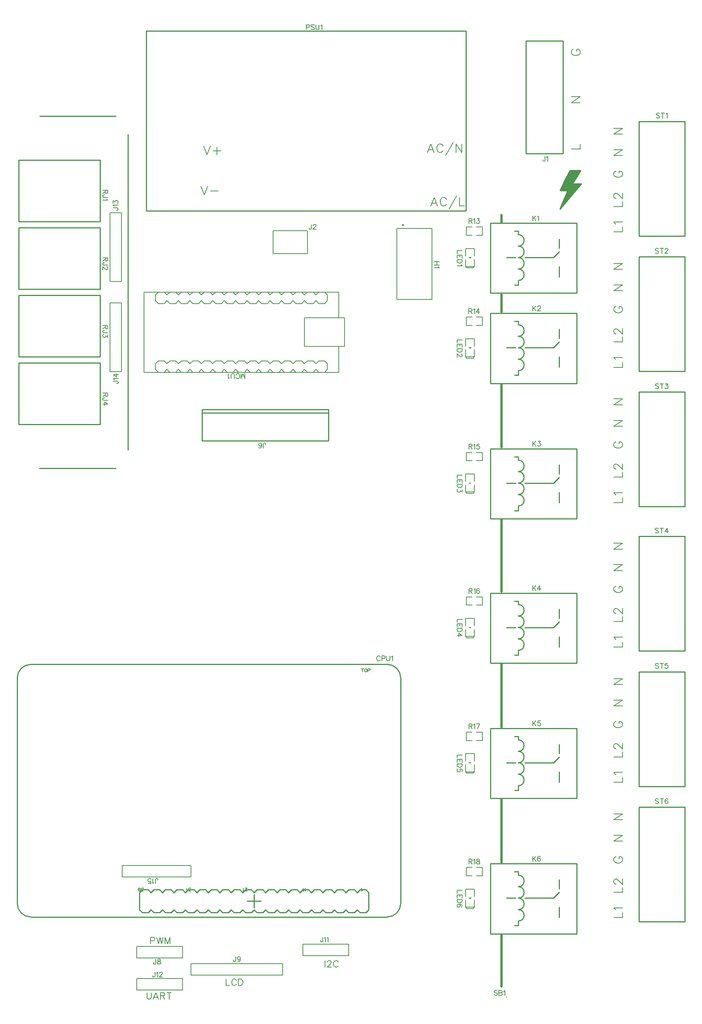
<source format=gto>
G04 Layer: TopSilkscreenLayer*
G04 EasyEDA v6.5.9, 2022-07-29 15:52:37*
G04 80419b3afb544e71809359e13b9e66d5,1d0123f043c44c6e98dfa3af7fe3442e,10*
G04 Gerber Generator version 0.2*
G04 Scale: 100 percent, Rotated: No, Reflected: No *
G04 Dimensions in millimeters *
G04 leading zeros omitted , absolute positions ,4 integer and 5 decimal *
%FSLAX45Y45*%
%MOMM*%

%ADD10C,0.2032*%
%ADD11C,0.1524*%
%ADD12C,0.5000*%
%ADD13C,0.2540*%
%ADD14C,0.2030*%
%ADD15C,0.2000*%
%ADD16C,0.1270*%
%ADD17C,0.2625*%
%ADD18C,0.0190*%

%LPD*%
G36*
X11866270Y18709284D02*
G01*
X11798554Y18708624D01*
X11775440Y18708116D01*
X11762333Y18707455D01*
X11760200Y18707100D01*
X11757964Y18703493D01*
X11745010Y18678906D01*
X11722862Y18635675D01*
X11657533Y18506084D01*
X11584584Y18359678D01*
X11558676Y18307050D01*
X11540490Y18269610D01*
X11535156Y18258231D01*
X11532666Y18252236D01*
X11533022Y18250204D01*
X11533987Y18247868D01*
X11535460Y18245531D01*
X11537289Y18243397D01*
X11538458Y18242483D01*
X11540134Y18241670D01*
X11545570Y18240400D01*
X11554917Y18239587D01*
X11569496Y18239079D01*
X11658752Y18238520D01*
X11686692Y18237962D01*
X11696649Y18237352D01*
X11697360Y18237098D01*
X11692686Y18225008D01*
X11552885Y17892776D01*
X11540744Y17862905D01*
X11533632Y17844262D01*
X11532666Y17840807D01*
X11534190Y17836489D01*
X11538051Y17831968D01*
X11542979Y17828412D01*
X11547703Y17826990D01*
X11549176Y17827294D01*
X11551005Y17828107D01*
X11555882Y17831765D01*
X11562588Y17838267D01*
X11571579Y17848021D01*
X11583212Y17861280D01*
X11986209Y18340120D01*
X12006986Y18365470D01*
X12022683Y18385434D01*
X12031421Y18397575D01*
X12032589Y18400014D01*
X12032335Y18404484D01*
X12031878Y18406313D01*
X12030964Y18407888D01*
X12029490Y18409259D01*
X12027357Y18410377D01*
X12024309Y18411342D01*
X12020296Y18412155D01*
X12015165Y18412815D01*
X12000941Y18413780D01*
X11980519Y18414441D01*
X11844680Y18416727D01*
X11946280Y18577204D01*
X11981586Y18633795D01*
X12006834Y18675299D01*
X12014352Y18688151D01*
X12017908Y18695162D01*
X12017552Y18697448D01*
X12016587Y18700038D01*
X12015114Y18702528D01*
X12012625Y18705322D01*
X12010440Y18706338D01*
X12006834Y18707150D01*
X12001347Y18707811D01*
X11982754Y18708725D01*
X11950801Y18709182D01*
G37*
D10*
X12739042Y17335916D02*
G01*
X12932844Y17335916D01*
X12932844Y17335916D02*
G01*
X12932844Y17446660D01*
X12775872Y17507620D02*
G01*
X12766728Y17526162D01*
X12739042Y17553848D01*
X12932844Y17553848D01*
X12739042Y17899288D02*
G01*
X12932844Y17899288D01*
X12932844Y17899288D02*
G01*
X12932844Y18010286D01*
X12785270Y18080390D02*
G01*
X12775872Y18080390D01*
X12757330Y18089534D01*
X12748186Y18098932D01*
X12739042Y18117220D01*
X12739042Y18154304D01*
X12748186Y18172846D01*
X12757330Y18181990D01*
X12775872Y18191134D01*
X12794414Y18191134D01*
X12812956Y18181990D01*
X12840642Y18163448D01*
X12932844Y18071246D01*
X12932844Y18200532D01*
X12785270Y18684402D02*
G01*
X12766728Y18675258D01*
X12748186Y18656716D01*
X12739042Y18638174D01*
X12739042Y18601344D01*
X12748186Y18582802D01*
X12766728Y18564260D01*
X12785270Y18555116D01*
X12812956Y18545972D01*
X12858930Y18545972D01*
X12886870Y18555116D01*
X12905158Y18564260D01*
X12923700Y18582802D01*
X12932844Y18601344D01*
X12932844Y18638174D01*
X12923700Y18656716D01*
X12905158Y18675258D01*
X12886870Y18684402D01*
X12858930Y18684402D01*
X12858930Y18638174D02*
G01*
X12858930Y18684402D01*
X12739042Y19029842D02*
G01*
X12932844Y19029842D01*
X12739042Y19029842D02*
G01*
X12932844Y19159128D01*
X12739042Y19159128D02*
G01*
X12932844Y19159128D01*
X12739042Y19504568D02*
G01*
X12932844Y19504568D01*
X12739042Y19504568D02*
G01*
X12932844Y19633854D01*
X12739042Y19633854D02*
G01*
X12932844Y19633854D01*
X12739042Y14335914D02*
G01*
X12932844Y14335914D01*
X12932844Y14335914D02*
G01*
X12932844Y14446658D01*
X12775872Y14507618D02*
G01*
X12766728Y14526160D01*
X12739042Y14553846D01*
X12932844Y14553846D01*
X12739042Y14899286D02*
G01*
X12932844Y14899286D01*
X12932844Y14899286D02*
G01*
X12932844Y15010284D01*
X12785270Y15080388D02*
G01*
X12775872Y15080388D01*
X12757330Y15089532D01*
X12748186Y15098930D01*
X12739042Y15117218D01*
X12739042Y15154302D01*
X12748186Y15172844D01*
X12757330Y15181988D01*
X12775872Y15191132D01*
X12794414Y15191132D01*
X12812956Y15181988D01*
X12840642Y15163446D01*
X12932844Y15071244D01*
X12932844Y15200530D01*
X12785270Y15684400D02*
G01*
X12766728Y15675256D01*
X12748186Y15656714D01*
X12739042Y15638172D01*
X12739042Y15601342D01*
X12748186Y15582800D01*
X12766728Y15564258D01*
X12785270Y15555114D01*
X12812956Y15545970D01*
X12858930Y15545970D01*
X12886870Y15555114D01*
X12905158Y15564258D01*
X12923700Y15582800D01*
X12932844Y15601342D01*
X12932844Y15638172D01*
X12923700Y15656714D01*
X12905158Y15675256D01*
X12886870Y15684400D01*
X12858930Y15684400D01*
X12858930Y15638172D02*
G01*
X12858930Y15684400D01*
X12739042Y16029840D02*
G01*
X12932844Y16029840D01*
X12739042Y16029840D02*
G01*
X12932844Y16159126D01*
X12739042Y16159126D02*
G01*
X12932844Y16159126D01*
X12739042Y16504566D02*
G01*
X12932844Y16504566D01*
X12739042Y16504566D02*
G01*
X12932844Y16633852D01*
X12739042Y16633852D02*
G01*
X12932844Y16633852D01*
X12739042Y11335915D02*
G01*
X12932844Y11335915D01*
X12932844Y11335915D02*
G01*
X12932844Y11446659D01*
X12775872Y11507619D02*
G01*
X12766728Y11526161D01*
X12739042Y11553847D01*
X12932844Y11553847D01*
X12739042Y11899287D02*
G01*
X12932844Y11899287D01*
X12932844Y11899287D02*
G01*
X12932844Y12010285D01*
X12785270Y12080389D02*
G01*
X12775872Y12080389D01*
X12757330Y12089533D01*
X12748186Y12098931D01*
X12739042Y12117219D01*
X12739042Y12154303D01*
X12748186Y12172845D01*
X12757330Y12181989D01*
X12775872Y12191133D01*
X12794414Y12191133D01*
X12812956Y12181989D01*
X12840642Y12163447D01*
X12932844Y12071245D01*
X12932844Y12200531D01*
X12785270Y12684401D02*
G01*
X12766728Y12675257D01*
X12748186Y12656715D01*
X12739042Y12638173D01*
X12739042Y12601343D01*
X12748186Y12582801D01*
X12766728Y12564259D01*
X12785270Y12555115D01*
X12812956Y12545971D01*
X12858930Y12545971D01*
X12886870Y12555115D01*
X12905158Y12564259D01*
X12923700Y12582801D01*
X12932844Y12601343D01*
X12932844Y12638173D01*
X12923700Y12656715D01*
X12905158Y12675257D01*
X12886870Y12684401D01*
X12858930Y12684401D01*
X12858930Y12638173D02*
G01*
X12858930Y12684401D01*
X12739042Y13029841D02*
G01*
X12932844Y13029841D01*
X12739042Y13029841D02*
G01*
X12932844Y13159127D01*
X12739042Y13159127D02*
G01*
X12932844Y13159127D01*
X12739042Y13504567D02*
G01*
X12932844Y13504567D01*
X12739042Y13504567D02*
G01*
X12932844Y13633853D01*
X12739042Y13633853D02*
G01*
X12932844Y13633853D01*
X12739042Y8135917D02*
G01*
X12932844Y8135917D01*
X12932844Y8135917D02*
G01*
X12932844Y8246661D01*
X12775872Y8307621D02*
G01*
X12766728Y8326163D01*
X12739042Y8353849D01*
X12932844Y8353849D01*
X12739042Y8699289D02*
G01*
X12932844Y8699289D01*
X12932844Y8699289D02*
G01*
X12932844Y8810287D01*
X12785270Y8880391D02*
G01*
X12775872Y8880391D01*
X12757330Y8889535D01*
X12748186Y8898933D01*
X12739042Y8917221D01*
X12739042Y8954305D01*
X12748186Y8972847D01*
X12757330Y8981991D01*
X12775872Y8991135D01*
X12794414Y8991135D01*
X12812956Y8981991D01*
X12840642Y8963449D01*
X12932844Y8871247D01*
X12932844Y9000533D01*
X12785270Y9484403D02*
G01*
X12766728Y9475259D01*
X12748186Y9456717D01*
X12739042Y9438175D01*
X12739042Y9401345D01*
X12748186Y9382803D01*
X12766728Y9364261D01*
X12785270Y9355117D01*
X12812956Y9345973D01*
X12858930Y9345973D01*
X12886870Y9355117D01*
X12905158Y9364261D01*
X12923700Y9382803D01*
X12932844Y9401345D01*
X12932844Y9438175D01*
X12923700Y9456717D01*
X12905158Y9475259D01*
X12886870Y9484403D01*
X12858930Y9484403D01*
X12858930Y9438175D02*
G01*
X12858930Y9484403D01*
X12739042Y9829843D02*
G01*
X12932844Y9829843D01*
X12739042Y9829843D02*
G01*
X12932844Y9959129D01*
X12739042Y9959129D02*
G01*
X12932844Y9959129D01*
X12739042Y10304569D02*
G01*
X12932844Y10304569D01*
X12739042Y10304569D02*
G01*
X12932844Y10433855D01*
X12739042Y10433855D02*
G01*
X12932844Y10433855D01*
X12739042Y5135915D02*
G01*
X12932844Y5135915D01*
X12932844Y5135915D02*
G01*
X12932844Y5246659D01*
X12775872Y5307619D02*
G01*
X12766728Y5326161D01*
X12739042Y5353847D01*
X12932844Y5353847D01*
X12739042Y5699287D02*
G01*
X12932844Y5699287D01*
X12932844Y5699287D02*
G01*
X12932844Y5810285D01*
X12785270Y5880389D02*
G01*
X12775872Y5880389D01*
X12757330Y5889533D01*
X12748186Y5898931D01*
X12739042Y5917219D01*
X12739042Y5954303D01*
X12748186Y5972845D01*
X12757330Y5981989D01*
X12775872Y5991133D01*
X12794414Y5991133D01*
X12812956Y5981989D01*
X12840642Y5963447D01*
X12932844Y5871245D01*
X12932844Y6000531D01*
X12785270Y6484401D02*
G01*
X12766728Y6475257D01*
X12748186Y6456715D01*
X12739042Y6438173D01*
X12739042Y6401343D01*
X12748186Y6382801D01*
X12766728Y6364259D01*
X12785270Y6355115D01*
X12812956Y6345971D01*
X12858930Y6345971D01*
X12886870Y6355115D01*
X12905158Y6364259D01*
X12923700Y6382801D01*
X12932844Y6401343D01*
X12932844Y6438173D01*
X12923700Y6456715D01*
X12905158Y6475257D01*
X12886870Y6484401D01*
X12858930Y6484401D01*
X12858930Y6438173D02*
G01*
X12858930Y6484401D01*
X12739042Y6829841D02*
G01*
X12932844Y6829841D01*
X12739042Y6829841D02*
G01*
X12932844Y6959127D01*
X12739042Y6959127D02*
G01*
X12932844Y6959127D01*
X12739042Y7304567D02*
G01*
X12932844Y7304567D01*
X12739042Y7304567D02*
G01*
X12932844Y7433853D01*
X12739042Y7433853D02*
G01*
X12932844Y7433853D01*
X12739042Y2135916D02*
G01*
X12932844Y2135916D01*
X12932844Y2135916D02*
G01*
X12932844Y2246660D01*
X12775872Y2307620D02*
G01*
X12766728Y2326162D01*
X12739042Y2353848D01*
X12932844Y2353848D01*
X12739042Y2699288D02*
G01*
X12932844Y2699288D01*
X12932844Y2699288D02*
G01*
X12932844Y2810286D01*
X12785270Y2880390D02*
G01*
X12775872Y2880390D01*
X12757330Y2889534D01*
X12748186Y2898932D01*
X12739042Y2917220D01*
X12739042Y2954304D01*
X12748186Y2972846D01*
X12757330Y2981990D01*
X12775872Y2991134D01*
X12794414Y2991134D01*
X12812956Y2981990D01*
X12840642Y2963448D01*
X12932844Y2871246D01*
X12932844Y3000532D01*
X12785270Y3484402D02*
G01*
X12766728Y3475258D01*
X12748186Y3456716D01*
X12739042Y3438174D01*
X12739042Y3401344D01*
X12748186Y3382802D01*
X12766728Y3364260D01*
X12785270Y3355116D01*
X12812956Y3345972D01*
X12858930Y3345972D01*
X12886870Y3355116D01*
X12905158Y3364260D01*
X12923700Y3382802D01*
X12932844Y3401344D01*
X12932844Y3438174D01*
X12923700Y3456716D01*
X12905158Y3475258D01*
X12886870Y3484402D01*
X12858930Y3484402D01*
X12858930Y3438174D02*
G01*
X12858930Y3484402D01*
X12739042Y3829842D02*
G01*
X12932844Y3829842D01*
X12739042Y3829842D02*
G01*
X12932844Y3959128D01*
X12739042Y3959128D02*
G01*
X12932844Y3959128D01*
X12739042Y4304568D02*
G01*
X12932844Y4304568D01*
X12739042Y4304568D02*
G01*
X12932844Y4433854D01*
X12739042Y4433854D02*
G01*
X12932844Y4433854D01*
X11796522Y19177000D02*
G01*
X11990324Y19177000D01*
X11990324Y19177000D02*
G01*
X11990324Y19287744D01*
X11796522Y20202144D02*
G01*
X11990324Y20202144D01*
X11796522Y20202144D02*
G01*
X11990324Y20331429D01*
X11796522Y20331429D02*
G01*
X11990324Y20331429D01*
X11842750Y21384513D02*
G01*
X11824208Y21375370D01*
X11805665Y21356828D01*
X11796522Y21338286D01*
X11796522Y21301455D01*
X11805665Y21282913D01*
X11824208Y21264371D01*
X11842750Y21255228D01*
X11870436Y21245829D01*
X11916409Y21245829D01*
X11944350Y21255228D01*
X11962638Y21264371D01*
X11981179Y21282913D01*
X11990324Y21301455D01*
X11990324Y21338286D01*
X11981179Y21356828D01*
X11962638Y21375370D01*
X11944350Y21384513D01*
X11916409Y21384513D01*
X11916409Y21338286D02*
G01*
X11916409Y21384513D01*
D11*
X2463800Y1703184D02*
G01*
X2463800Y1557713D01*
X2463800Y1703184D02*
G01*
X2526144Y1703184D01*
X2546926Y1696257D01*
X2553855Y1689331D01*
X2560782Y1675475D01*
X2560782Y1654695D01*
X2553855Y1640839D01*
X2546926Y1633913D01*
X2526144Y1626984D01*
X2463800Y1626984D01*
X2606502Y1703184D02*
G01*
X2641137Y1557713D01*
X2675775Y1703184D02*
G01*
X2641137Y1557713D01*
X2675775Y1703184D02*
G01*
X2710411Y1557713D01*
X2745046Y1703184D02*
G01*
X2710411Y1557713D01*
X2790766Y1703184D02*
G01*
X2790766Y1557713D01*
X2790766Y1703184D02*
G01*
X2846184Y1557713D01*
X2901604Y1703184D02*
G01*
X2846184Y1557713D01*
X2901604Y1703184D02*
G01*
X2901604Y1557713D01*
X2387600Y471170D02*
G01*
X2387600Y367284D01*
X2394458Y346710D01*
X2408427Y332739D01*
X2429256Y325881D01*
X2442972Y325881D01*
X2463800Y332739D01*
X2477770Y346710D01*
X2484627Y367284D01*
X2484627Y471170D01*
X2585720Y471170D02*
G01*
X2530347Y325881D01*
X2585720Y471170D02*
G01*
X2641091Y325881D01*
X2551175Y374395D02*
G01*
X2620263Y374395D01*
X2686811Y471170D02*
G01*
X2686811Y325881D01*
X2686811Y471170D02*
G01*
X2749295Y471170D01*
X2769870Y464312D01*
X2776981Y457454D01*
X2783840Y443484D01*
X2783840Y429768D01*
X2776981Y415797D01*
X2769870Y408939D01*
X2749295Y402081D01*
X2686811Y402081D01*
X2735325Y402081D02*
G01*
X2783840Y325881D01*
X2878074Y471170D02*
G01*
X2878074Y325881D01*
X2829559Y471170D02*
G01*
X2926588Y471170D01*
X4140200Y775970D02*
G01*
X4140200Y630681D01*
X4140200Y630681D02*
G01*
X4223258Y630681D01*
X4372863Y741426D02*
G01*
X4366006Y755395D01*
X4352290Y769112D01*
X4338320Y775970D01*
X4310634Y775970D01*
X4296663Y769112D01*
X4282947Y755395D01*
X4276090Y741426D01*
X4268977Y720597D01*
X4268977Y686054D01*
X4276090Y665226D01*
X4282947Y651510D01*
X4296663Y637539D01*
X4310634Y630681D01*
X4338320Y630681D01*
X4352290Y637539D01*
X4366006Y651510D01*
X4372863Y665226D01*
X4418584Y775970D02*
G01*
X4418584Y630681D01*
X4418584Y775970D02*
G01*
X4467097Y775970D01*
X4487925Y769112D01*
X4501895Y755395D01*
X4508754Y741426D01*
X4515611Y720597D01*
X4515611Y686054D01*
X4508754Y665226D01*
X4501895Y651510D01*
X4487925Y637539D01*
X4467097Y630681D01*
X4418584Y630681D01*
X6337300Y1182370D02*
G01*
X6337300Y1037081D01*
X6389877Y1147826D02*
G01*
X6389877Y1154684D01*
X6396990Y1168654D01*
X6403847Y1175512D01*
X6417563Y1182370D01*
X6445250Y1182370D01*
X6459220Y1175512D01*
X6466077Y1168654D01*
X6473190Y1154684D01*
X6473190Y1140968D01*
X6466077Y1126997D01*
X6452361Y1106170D01*
X6383020Y1037081D01*
X6480047Y1037081D01*
X6629654Y1147826D02*
G01*
X6622795Y1161795D01*
X6608825Y1175512D01*
X6595109Y1182370D01*
X6567170Y1182370D01*
X6553454Y1175512D01*
X6539484Y1161795D01*
X6532625Y1147826D01*
X6525768Y1126997D01*
X6525768Y1092454D01*
X6532625Y1071626D01*
X6539484Y1057910D01*
X6553454Y1043939D01*
X6567170Y1037081D01*
X6595109Y1037081D01*
X6608825Y1043939D01*
X6622795Y1057910D01*
X6629654Y1071626D01*
X2576829Y2894584D02*
G01*
X2576829Y2977642D01*
X2582163Y2993389D01*
X2587243Y2998470D01*
X2597658Y3003550D01*
X2608072Y3003550D01*
X2618486Y2998470D01*
X2623820Y2993389D01*
X2628900Y2977642D01*
X2628900Y2967228D01*
X2542540Y2915412D02*
G01*
X2532379Y2910078D01*
X2516631Y2894584D01*
X2516631Y3003550D01*
X2420111Y2894584D02*
G01*
X2471927Y2894584D01*
X2477261Y2941320D01*
X2471927Y2936239D01*
X2456434Y2930905D01*
X2440940Y2930905D01*
X2425191Y2936239D01*
X2414777Y2946400D01*
X2409697Y2962147D01*
X2409697Y2972562D01*
X2414777Y2988055D01*
X2425191Y2998470D01*
X2440940Y3003550D01*
X2456434Y3003550D01*
X2471927Y2998470D01*
X2477261Y2993389D01*
X2482341Y2982976D01*
X11215065Y19012230D02*
G01*
X11215065Y18929172D01*
X11209731Y18913424D01*
X11204651Y18908344D01*
X11194237Y18903264D01*
X11183823Y18903264D01*
X11173409Y18908344D01*
X11168075Y18913424D01*
X11162995Y18929172D01*
X11162995Y18939586D01*
X11249355Y18991402D02*
G01*
X11259515Y18996736D01*
X11275263Y19012230D01*
X11275263Y18903264D01*
X9525000Y17631918D02*
G01*
X9525000Y17522698D01*
X9525000Y17631918D02*
G01*
X9571736Y17631918D01*
X9587229Y17626837D01*
X9592563Y17621504D01*
X9597643Y17611089D01*
X9597643Y17600676D01*
X9592563Y17590262D01*
X9587229Y17585181D01*
X9571736Y17579848D01*
X9525000Y17579848D01*
X9561322Y17579848D02*
G01*
X9597643Y17522698D01*
X9631934Y17611089D02*
G01*
X9642347Y17616424D01*
X9658095Y17631918D01*
X9658095Y17522698D01*
X9702545Y17631918D02*
G01*
X9759695Y17631918D01*
X9728708Y17590262D01*
X9744202Y17590262D01*
X9754615Y17585181D01*
X9759695Y17579848D01*
X9765029Y17564354D01*
X9765029Y17553939D01*
X9759695Y17538445D01*
X9749536Y17528031D01*
X9733788Y17522698D01*
X9718293Y17522698D01*
X9702545Y17528031D01*
X9697465Y17533112D01*
X9692386Y17543526D01*
X9522459Y15631921D02*
G01*
X9522459Y15522702D01*
X9522459Y15631921D02*
G01*
X9569195Y15631921D01*
X9584690Y15626587D01*
X9590024Y15621507D01*
X9595104Y15611094D01*
X9595104Y15600679D01*
X9590024Y15590266D01*
X9584690Y15585186D01*
X9569195Y15579852D01*
X9522459Y15579852D01*
X9558781Y15579852D02*
G01*
X9595104Y15522702D01*
X9629393Y15611094D02*
G01*
X9639808Y15616428D01*
X9655556Y15631921D01*
X9655556Y15522702D01*
X9741661Y15631921D02*
G01*
X9689845Y15559278D01*
X9767570Y15559278D01*
X9741661Y15631921D02*
G01*
X9741661Y15522702D01*
X9525000Y12631928D02*
G01*
X9525000Y12522708D01*
X9525000Y12631928D02*
G01*
X9571736Y12631928D01*
X9587229Y12626594D01*
X9592563Y12621513D01*
X9597643Y12611100D01*
X9597643Y12600686D01*
X9592563Y12590271D01*
X9587229Y12585192D01*
X9571736Y12579858D01*
X9525000Y12579858D01*
X9561322Y12579858D02*
G01*
X9597643Y12522708D01*
X9631934Y12611100D02*
G01*
X9642347Y12616434D01*
X9658095Y12631928D01*
X9658095Y12522708D01*
X9754615Y12631928D02*
G01*
X9702545Y12631928D01*
X9697465Y12585192D01*
X9702545Y12590271D01*
X9718293Y12595605D01*
X9733788Y12595605D01*
X9749536Y12590271D01*
X9759695Y12579858D01*
X9765029Y12564363D01*
X9765029Y12553950D01*
X9759695Y12538455D01*
X9749536Y12528042D01*
X9733788Y12522708D01*
X9718293Y12522708D01*
X9702545Y12528042D01*
X9697465Y12533121D01*
X9692386Y12543536D01*
X9527540Y9431781D02*
G01*
X9527540Y9322815D01*
X9527540Y9431781D02*
G01*
X9574275Y9431781D01*
X9589770Y9426702D01*
X9595104Y9421621D01*
X9600184Y9411208D01*
X9600184Y9400794D01*
X9595104Y9390379D01*
X9589770Y9385045D01*
X9574275Y9379965D01*
X9527540Y9379965D01*
X9563861Y9379965D02*
G01*
X9600184Y9322815D01*
X9634474Y9411208D02*
G01*
X9644888Y9416287D01*
X9660636Y9431781D01*
X9660636Y9322815D01*
X9757156Y9416287D02*
G01*
X9752075Y9426702D01*
X9736327Y9431781D01*
X9725913Y9431781D01*
X9710420Y9426702D01*
X9700006Y9411208D01*
X9694925Y9385045D01*
X9694925Y9359137D01*
X9700006Y9338310D01*
X9710420Y9327895D01*
X9725913Y9322815D01*
X9731247Y9322815D01*
X9746741Y9327895D01*
X9757156Y9338310D01*
X9762236Y9354058D01*
X9762236Y9359137D01*
X9757156Y9374631D01*
X9746741Y9385045D01*
X9731247Y9390379D01*
X9725913Y9390379D01*
X9710420Y9385045D01*
X9700006Y9374631D01*
X9694925Y9359137D01*
X9525000Y6431787D02*
G01*
X9525000Y6322821D01*
X9525000Y6431787D02*
G01*
X9571736Y6431787D01*
X9587229Y6426707D01*
X9592563Y6421373D01*
X9597643Y6411213D01*
X9597643Y6400800D01*
X9592563Y6390386D01*
X9587229Y6385052D01*
X9571736Y6379971D01*
X9525000Y6379971D01*
X9561322Y6379971D02*
G01*
X9597643Y6322821D01*
X9631934Y6411213D02*
G01*
X9642347Y6416294D01*
X9658095Y6431787D01*
X9658095Y6322821D01*
X9765029Y6431787D02*
G01*
X9712959Y6322821D01*
X9692386Y6431787D02*
G01*
X9765029Y6431787D01*
X9525000Y3431794D02*
G01*
X9525000Y3322828D01*
X9525000Y3431794D02*
G01*
X9571736Y3431794D01*
X9587229Y3426713D01*
X9592563Y3421379D01*
X9597643Y3411220D01*
X9597643Y3400805D01*
X9592563Y3390392D01*
X9587229Y3385057D01*
X9571736Y3379978D01*
X9525000Y3379978D01*
X9561322Y3379978D02*
G01*
X9597643Y3322828D01*
X9631934Y3411220D02*
G01*
X9642347Y3416300D01*
X9658095Y3431794D01*
X9658095Y3322828D01*
X9718293Y3431794D02*
G01*
X9702545Y3426713D01*
X9697465Y3416300D01*
X9697465Y3405886D01*
X9702545Y3395471D01*
X9712959Y3390392D01*
X9733788Y3385057D01*
X9749536Y3379978D01*
X9759695Y3369563D01*
X9765029Y3359150D01*
X9765029Y3343655D01*
X9759695Y3333242D01*
X9754615Y3327907D01*
X9739122Y3322828D01*
X9718293Y3322828D01*
X9702545Y3327907D01*
X9697465Y3333242D01*
X9692386Y3343655D01*
X9692386Y3359150D01*
X9697465Y3369563D01*
X9707879Y3379978D01*
X9723374Y3385057D01*
X9744202Y3390392D01*
X9754615Y3395471D01*
X9759695Y3405886D01*
X9759695Y3416300D01*
X9754615Y3426713D01*
X9739122Y3431794D01*
X9718293Y3431794D01*
X6033770Y17501616D02*
G01*
X6033770Y17418558D01*
X6028436Y17402810D01*
X6023356Y17397729D01*
X6012941Y17392650D01*
X6002527Y17392650D01*
X5992113Y17397729D01*
X5986779Y17402810D01*
X5981700Y17418558D01*
X5981700Y17428971D01*
X6073140Y17475708D02*
G01*
X6073140Y17480787D01*
X6078220Y17491202D01*
X6083554Y17496536D01*
X6093968Y17501616D01*
X6114795Y17501616D01*
X6125209Y17496536D01*
X6130290Y17491202D01*
X6135370Y17480787D01*
X6135370Y17470374D01*
X6130290Y17459960D01*
X6119875Y17444466D01*
X6068059Y17392650D01*
X6140704Y17392650D01*
X8865615Y16675100D02*
G01*
X8756650Y16675100D01*
X8865615Y16602455D02*
G01*
X8756650Y16602455D01*
X8813800Y16675100D02*
G01*
X8813800Y16602455D01*
X8844788Y16568166D02*
G01*
X8850122Y16557752D01*
X8865615Y16542004D01*
X8756650Y16542004D01*
X9373803Y14942101D02*
G01*
X9264837Y14942101D01*
X9264837Y14942101D02*
G01*
X9264837Y14879871D01*
X9373803Y14845581D02*
G01*
X9264837Y14845581D01*
X9373803Y14845581D02*
G01*
X9373803Y14778017D01*
X9321987Y14845581D02*
G01*
X9321987Y14803925D01*
X9264837Y14845581D02*
G01*
X9264837Y14778017D01*
X9373803Y14743727D02*
G01*
X9264837Y14743727D01*
X9373803Y14743727D02*
G01*
X9373803Y14707151D01*
X9368723Y14691657D01*
X9358309Y14681243D01*
X9347895Y14676163D01*
X9332147Y14670829D01*
X9306239Y14670829D01*
X9290745Y14676163D01*
X9280331Y14681243D01*
X9269917Y14691657D01*
X9264837Y14707151D01*
X9264837Y14743727D01*
X9347895Y14631459D02*
G01*
X9352975Y14631459D01*
X9363389Y14626125D01*
X9368723Y14621045D01*
X9373803Y14610631D01*
X9373803Y14589803D01*
X9368723Y14579389D01*
X9363389Y14574309D01*
X9352975Y14568975D01*
X9342561Y14568975D01*
X9332147Y14574309D01*
X9316653Y14584723D01*
X9264837Y14636539D01*
X9264837Y14563895D01*
X9373803Y11942102D02*
G01*
X9264837Y11942102D01*
X9264837Y11942102D02*
G01*
X9264837Y11879872D01*
X9373803Y11845582D02*
G01*
X9264837Y11845582D01*
X9373803Y11845582D02*
G01*
X9373803Y11778018D01*
X9321987Y11845582D02*
G01*
X9321987Y11803926D01*
X9264837Y11845582D02*
G01*
X9264837Y11778018D01*
X9373803Y11743728D02*
G01*
X9264837Y11743728D01*
X9373803Y11743728D02*
G01*
X9373803Y11707152D01*
X9368723Y11691658D01*
X9358309Y11681244D01*
X9347895Y11676164D01*
X9332147Y11670830D01*
X9306239Y11670830D01*
X9290745Y11676164D01*
X9280331Y11681244D01*
X9269917Y11691658D01*
X9264837Y11707152D01*
X9264837Y11743728D01*
X9373803Y11626126D02*
G01*
X9373803Y11568976D01*
X9332147Y11600218D01*
X9332147Y11584724D01*
X9327067Y11574310D01*
X9321987Y11568976D01*
X9306239Y11563896D01*
X9295825Y11563896D01*
X9280331Y11568976D01*
X9269917Y11579390D01*
X9264837Y11595138D01*
X9264837Y11610632D01*
X9269917Y11626126D01*
X9274997Y11631460D01*
X9285411Y11636540D01*
X9373803Y8744767D02*
G01*
X9264837Y8744767D01*
X9264837Y8744767D02*
G01*
X9264837Y8682537D01*
X9373803Y8648247D02*
G01*
X9264837Y8648247D01*
X9373803Y8648247D02*
G01*
X9373803Y8580683D01*
X9321987Y8648247D02*
G01*
X9321987Y8606591D01*
X9264837Y8648247D02*
G01*
X9264837Y8580683D01*
X9373803Y8546393D02*
G01*
X9264837Y8546393D01*
X9373803Y8546393D02*
G01*
X9373803Y8509817D01*
X9368723Y8494323D01*
X9358309Y8483909D01*
X9347895Y8478829D01*
X9332147Y8473495D01*
X9306239Y8473495D01*
X9290745Y8478829D01*
X9280331Y8483909D01*
X9269917Y8494323D01*
X9264837Y8509817D01*
X9264837Y8546393D01*
X9373803Y8387389D02*
G01*
X9301159Y8439205D01*
X9301159Y8361227D01*
X9373803Y8387389D02*
G01*
X9264837Y8387389D01*
X9373803Y5742101D02*
G01*
X9264837Y5742101D01*
X9264837Y5742101D02*
G01*
X9264837Y5679871D01*
X9373803Y5645581D02*
G01*
X9264837Y5645581D01*
X9373803Y5645581D02*
G01*
X9373803Y5578017D01*
X9321987Y5645581D02*
G01*
X9321987Y5603925D01*
X9264837Y5645581D02*
G01*
X9264837Y5578017D01*
X9373803Y5543727D02*
G01*
X9264837Y5543727D01*
X9373803Y5543727D02*
G01*
X9373803Y5507151D01*
X9368723Y5491657D01*
X9358309Y5481243D01*
X9347895Y5476163D01*
X9332147Y5470829D01*
X9306239Y5470829D01*
X9290745Y5476163D01*
X9280331Y5481243D01*
X9269917Y5491657D01*
X9264837Y5507151D01*
X9264837Y5543727D01*
X9373803Y5374309D02*
G01*
X9373803Y5426125D01*
X9327067Y5431459D01*
X9332147Y5426125D01*
X9337481Y5410631D01*
X9337481Y5395137D01*
X9332147Y5379389D01*
X9321987Y5368975D01*
X9306239Y5363895D01*
X9295825Y5363895D01*
X9280331Y5368975D01*
X9269917Y5379389D01*
X9264837Y5395137D01*
X9264837Y5410631D01*
X9269917Y5426125D01*
X9274997Y5431459D01*
X9285411Y5436539D01*
X9373803Y2739565D02*
G01*
X9264837Y2739565D01*
X9264837Y2739565D02*
G01*
X9264837Y2677335D01*
X9373803Y2643045D02*
G01*
X9264837Y2643045D01*
X9373803Y2643045D02*
G01*
X9373803Y2575481D01*
X9321987Y2643045D02*
G01*
X9321987Y2601389D01*
X9264837Y2643045D02*
G01*
X9264837Y2575481D01*
X9373803Y2541191D02*
G01*
X9264837Y2541191D01*
X9373803Y2541191D02*
G01*
X9373803Y2504615D01*
X9368723Y2489121D01*
X9358309Y2478707D01*
X9347895Y2473627D01*
X9332147Y2468293D01*
X9306239Y2468293D01*
X9290745Y2473627D01*
X9280331Y2478707D01*
X9269917Y2489121D01*
X9264837Y2504615D01*
X9264837Y2541191D01*
X9358309Y2371773D02*
G01*
X9368723Y2376853D01*
X9373803Y2392601D01*
X9373803Y2403015D01*
X9368723Y2418509D01*
X9352975Y2428923D01*
X9327067Y2434003D01*
X9301159Y2434003D01*
X9280331Y2428923D01*
X9269917Y2418509D01*
X9264837Y2403015D01*
X9264837Y2397681D01*
X9269917Y2382187D01*
X9280331Y2371773D01*
X9295825Y2366439D01*
X9301159Y2366439D01*
X9316653Y2371773D01*
X9327067Y2382187D01*
X9332147Y2397681D01*
X9332147Y2403015D01*
X9327067Y2418509D01*
X9316653Y2428923D01*
X9301159Y2434003D01*
X9373798Y16918731D02*
G01*
X9264832Y16918731D01*
X9264832Y16918731D02*
G01*
X9264832Y16856501D01*
X9373798Y16822211D02*
G01*
X9264832Y16822211D01*
X9373798Y16822211D02*
G01*
X9373798Y16754647D01*
X9321982Y16822211D02*
G01*
X9321982Y16780555D01*
X9264832Y16822211D02*
G01*
X9264832Y16754647D01*
X9373798Y16720357D02*
G01*
X9264832Y16720357D01*
X9373798Y16720357D02*
G01*
X9373798Y16683781D01*
X9368718Y16668287D01*
X9358304Y16657873D01*
X9347890Y16652793D01*
X9332142Y16647459D01*
X9306234Y16647459D01*
X9290740Y16652793D01*
X9280326Y16657873D01*
X9269912Y16668287D01*
X9264832Y16683781D01*
X9264832Y16720357D01*
X9352970Y16613169D02*
G01*
X9358304Y16602755D01*
X9373798Y16587261D01*
X9264832Y16587261D01*
X10939800Y6496116D02*
G01*
X10939800Y6387150D01*
X11012444Y6496116D02*
G01*
X10939800Y6423472D01*
X10965708Y6449380D02*
G01*
X11012444Y6387150D01*
X11109218Y6496116D02*
G01*
X11057148Y6496116D01*
X11052068Y6449380D01*
X11057148Y6454460D01*
X11072896Y6459794D01*
X11088390Y6459794D01*
X11103884Y6454460D01*
X11114298Y6444300D01*
X11119632Y6428552D01*
X11119632Y6418138D01*
X11114298Y6402644D01*
X11103884Y6392230D01*
X11088390Y6387150D01*
X11072896Y6387150D01*
X11057148Y6392230D01*
X11052068Y6397310D01*
X11046734Y6407724D01*
X10939800Y3496116D02*
G01*
X10939800Y3387150D01*
X11012444Y3496116D02*
G01*
X10939800Y3423472D01*
X10965708Y3449380D02*
G01*
X11012444Y3387150D01*
X11109218Y3480622D02*
G01*
X11103884Y3491036D01*
X11088390Y3496116D01*
X11077976Y3496116D01*
X11062482Y3491036D01*
X11052068Y3475288D01*
X11046734Y3449380D01*
X11046734Y3423472D01*
X11052068Y3402644D01*
X11062482Y3392230D01*
X11077976Y3387150D01*
X11083310Y3387150D01*
X11098804Y3392230D01*
X11109218Y3402644D01*
X11114298Y3418138D01*
X11114298Y3423472D01*
X11109218Y3438966D01*
X11098804Y3449380D01*
X11083310Y3454460D01*
X11077976Y3454460D01*
X11062482Y3449380D01*
X11052068Y3438966D01*
X11046734Y3423472D01*
X13752875Y19955652D02*
G01*
X13742461Y19966066D01*
X13726967Y19971400D01*
X13706139Y19971400D01*
X13690391Y19966066D01*
X13679977Y19955652D01*
X13679977Y19945238D01*
X13685311Y19935078D01*
X13690391Y19929744D01*
X13700805Y19924664D01*
X13732047Y19914250D01*
X13742461Y19908916D01*
X13747541Y19903836D01*
X13752875Y19893422D01*
X13752875Y19877928D01*
X13742461Y19867514D01*
X13726967Y19862180D01*
X13706139Y19862180D01*
X13690391Y19867514D01*
X13679977Y19877928D01*
X13823487Y19971400D02*
G01*
X13823487Y19862180D01*
X13787165Y19971400D02*
G01*
X13859809Y19971400D01*
X13894099Y19950572D02*
G01*
X13904513Y19955652D01*
X13920007Y19971400D01*
X13920007Y19862180D01*
X13729385Y16955665D02*
G01*
X13718971Y16966079D01*
X13703477Y16971413D01*
X13682649Y16971413D01*
X13666901Y16966079D01*
X13656487Y16955665D01*
X13656487Y16945251D01*
X13661821Y16935091D01*
X13666901Y16929757D01*
X13677315Y16924677D01*
X13708557Y16914263D01*
X13718971Y16908929D01*
X13724051Y16903849D01*
X13729385Y16893435D01*
X13729385Y16877941D01*
X13718971Y16867527D01*
X13703477Y16862193D01*
X13682649Y16862193D01*
X13666901Y16867527D01*
X13656487Y16877941D01*
X13799997Y16971413D02*
G01*
X13799997Y16862193D01*
X13763675Y16971413D02*
G01*
X13836319Y16971413D01*
X13875943Y16945251D02*
G01*
X13875943Y16950585D01*
X13881023Y16960999D01*
X13886357Y16966079D01*
X13896517Y16971413D01*
X13917345Y16971413D01*
X13927759Y16966079D01*
X13933093Y16960999D01*
X13938173Y16950585D01*
X13938173Y16940171D01*
X13933093Y16929757D01*
X13922679Y16914263D01*
X13870609Y16862193D01*
X13943507Y16862193D01*
X13729385Y13955676D02*
G01*
X13718971Y13966090D01*
X13703477Y13971424D01*
X13682649Y13971424D01*
X13666901Y13966090D01*
X13656487Y13955676D01*
X13656487Y13945262D01*
X13661821Y13935102D01*
X13666901Y13929768D01*
X13677315Y13924688D01*
X13708557Y13914274D01*
X13718971Y13908940D01*
X13724051Y13903860D01*
X13729385Y13893446D01*
X13729385Y13877952D01*
X13718971Y13867538D01*
X13703477Y13862204D01*
X13682649Y13862204D01*
X13666901Y13867538D01*
X13656487Y13877952D01*
X13799997Y13971424D02*
G01*
X13799997Y13862204D01*
X13763675Y13971424D02*
G01*
X13836319Y13971424D01*
X13881023Y13971424D02*
G01*
X13938173Y13971424D01*
X13906931Y13929768D01*
X13922679Y13929768D01*
X13933093Y13924688D01*
X13938173Y13919354D01*
X13943507Y13903860D01*
X13943507Y13893446D01*
X13938173Y13877952D01*
X13927759Y13867538D01*
X13912265Y13862204D01*
X13896517Y13862204D01*
X13881023Y13867538D01*
X13875943Y13872618D01*
X13870609Y13883032D01*
X13726843Y10755688D02*
G01*
X13716429Y10766102D01*
X13700681Y10771182D01*
X13680107Y10771182D01*
X13664359Y10766102D01*
X13653945Y10755688D01*
X13653945Y10745274D01*
X13659279Y10734860D01*
X13664359Y10729780D01*
X13674773Y10724446D01*
X13706015Y10714032D01*
X13716429Y10708952D01*
X13721509Y10703618D01*
X13726843Y10693458D01*
X13726843Y10677710D01*
X13716429Y10667296D01*
X13700681Y10662216D01*
X13680107Y10662216D01*
X13664359Y10667296D01*
X13653945Y10677710D01*
X13797455Y10771182D02*
G01*
X13797455Y10662216D01*
X13761133Y10771182D02*
G01*
X13833777Y10771182D01*
X13920137Y10771182D02*
G01*
X13868067Y10698538D01*
X13946045Y10698538D01*
X13920137Y10771182D02*
G01*
X13920137Y10662216D01*
X13729256Y7755651D02*
G01*
X13718842Y7766065D01*
X13703348Y7771145D01*
X13682520Y7771145D01*
X13667026Y7766065D01*
X13656612Y7755651D01*
X13656612Y7745237D01*
X13661692Y7734823D01*
X13667026Y7729489D01*
X13677440Y7724409D01*
X13708682Y7713995D01*
X13718842Y7708915D01*
X13724176Y7703581D01*
X13729256Y7693167D01*
X13729256Y7677673D01*
X13718842Y7667259D01*
X13703348Y7662179D01*
X13682520Y7662179D01*
X13667026Y7667259D01*
X13656612Y7677673D01*
X13800122Y7771145D02*
G01*
X13800122Y7662179D01*
X13763546Y7771145D02*
G01*
X13836444Y7771145D01*
X13932964Y7771145D02*
G01*
X13881148Y7771145D01*
X13875814Y7724409D01*
X13881148Y7729489D01*
X13896642Y7734823D01*
X13912136Y7734823D01*
X13927884Y7729489D01*
X13938298Y7719329D01*
X13943378Y7703581D01*
X13943378Y7693167D01*
X13938298Y7677673D01*
X13927884Y7667259D01*
X13912136Y7662179D01*
X13896642Y7662179D01*
X13881148Y7667259D01*
X13875814Y7672339D01*
X13870734Y7682753D01*
X13731798Y4755662D02*
G01*
X13721384Y4766076D01*
X13705890Y4771156D01*
X13685062Y4771156D01*
X13669568Y4766076D01*
X13659154Y4755662D01*
X13659154Y4745248D01*
X13664234Y4734834D01*
X13669568Y4729500D01*
X13679982Y4724420D01*
X13711224Y4714006D01*
X13721384Y4708926D01*
X13726718Y4703592D01*
X13731798Y4693178D01*
X13731798Y4677684D01*
X13721384Y4667270D01*
X13705890Y4662190D01*
X13685062Y4662190D01*
X13669568Y4667270D01*
X13659154Y4677684D01*
X13802664Y4771156D02*
G01*
X13802664Y4662190D01*
X13766088Y4771156D02*
G01*
X13838986Y4771156D01*
X13935506Y4755662D02*
G01*
X13930426Y4766076D01*
X13914678Y4771156D01*
X13904264Y4771156D01*
X13888770Y4766076D01*
X13878356Y4750328D01*
X13873276Y4724420D01*
X13873276Y4698512D01*
X13878356Y4677684D01*
X13888770Y4667270D01*
X13904264Y4662190D01*
X13909598Y4662190D01*
X13925092Y4667270D01*
X13935506Y4677684D01*
X13940840Y4693178D01*
X13940840Y4698512D01*
X13935506Y4714006D01*
X13925092Y4724420D01*
X13909598Y4729500D01*
X13904264Y4729500D01*
X13888770Y4724420D01*
X13878356Y4714006D01*
X13873276Y4698512D01*
X1640050Y17867850D02*
G01*
X1723108Y17867850D01*
X1738856Y17862516D01*
X1743936Y17857436D01*
X1749016Y17847022D01*
X1749016Y17836608D01*
X1743936Y17826194D01*
X1738856Y17820860D01*
X1723108Y17815780D01*
X1712694Y17815780D01*
X1660878Y17902140D02*
G01*
X1655544Y17912300D01*
X1640050Y17928048D01*
X1749016Y17928048D01*
X1640050Y17972752D02*
G01*
X1640050Y18029902D01*
X1681706Y17998660D01*
X1681706Y18014154D01*
X1686786Y18024568D01*
X1691866Y18029902D01*
X1707614Y18034982D01*
X1718028Y18034982D01*
X1733522Y18029902D01*
X1743936Y18019488D01*
X1749016Y18003740D01*
X1749016Y17988246D01*
X1743936Y17972752D01*
X1738856Y17967418D01*
X1728442Y17962338D01*
X1643984Y14026469D02*
G01*
X1727042Y14026469D01*
X1742790Y14021135D01*
X1747870Y14016055D01*
X1752950Y14005641D01*
X1752950Y13995227D01*
X1747870Y13984813D01*
X1742790Y13979479D01*
X1727042Y13974399D01*
X1716628Y13974399D01*
X1664812Y14060759D02*
G01*
X1659478Y14070919D01*
X1643984Y14086667D01*
X1752950Y14086667D01*
X1643984Y14172773D02*
G01*
X1716628Y14120957D01*
X1716628Y14198935D01*
X1643984Y14172773D02*
G01*
X1752950Y14172773D01*
X1520116Y18262699D02*
G01*
X1411150Y18262699D01*
X1520116Y18262699D02*
G01*
X1520116Y18215963D01*
X1515036Y18200469D01*
X1509702Y18195135D01*
X1499288Y18190055D01*
X1488874Y18190055D01*
X1478460Y18195135D01*
X1473380Y18200469D01*
X1468300Y18215963D01*
X1468300Y18262699D01*
X1468300Y18226377D02*
G01*
X1411150Y18190055D01*
X1520116Y18103695D02*
G01*
X1437058Y18103695D01*
X1421310Y18109029D01*
X1416230Y18114109D01*
X1411150Y18124523D01*
X1411150Y18134937D01*
X1416230Y18145351D01*
X1421310Y18150431D01*
X1437058Y18155765D01*
X1447472Y18155765D01*
X1499288Y18069405D02*
G01*
X1504622Y18058991D01*
X1520116Y18043497D01*
X1411150Y18043497D01*
X1520116Y16762699D02*
G01*
X1411150Y16762699D01*
X1520116Y16762699D02*
G01*
X1520116Y16715963D01*
X1515036Y16700469D01*
X1509702Y16695135D01*
X1499288Y16690055D01*
X1488874Y16690055D01*
X1478460Y16695135D01*
X1473380Y16700469D01*
X1468300Y16715963D01*
X1468300Y16762699D01*
X1468300Y16726377D02*
G01*
X1411150Y16690055D01*
X1520116Y16603695D02*
G01*
X1437058Y16603695D01*
X1421310Y16609029D01*
X1416230Y16614109D01*
X1411150Y16624523D01*
X1411150Y16634937D01*
X1416230Y16645351D01*
X1421310Y16650431D01*
X1437058Y16655765D01*
X1447472Y16655765D01*
X1494208Y16564325D02*
G01*
X1499288Y16564325D01*
X1509702Y16558991D01*
X1515036Y16553911D01*
X1520116Y16543497D01*
X1520116Y16522669D01*
X1515036Y16512255D01*
X1509702Y16507175D01*
X1499288Y16501841D01*
X1488874Y16501841D01*
X1478460Y16507175D01*
X1462966Y16517589D01*
X1411150Y16569405D01*
X1411150Y16496761D01*
X1520116Y15262699D02*
G01*
X1411150Y15262699D01*
X1520116Y15262699D02*
G01*
X1520116Y15215963D01*
X1515036Y15200469D01*
X1509702Y15195135D01*
X1499288Y15190055D01*
X1488874Y15190055D01*
X1478460Y15195135D01*
X1473380Y15200469D01*
X1468300Y15215963D01*
X1468300Y15262699D01*
X1468300Y15226377D02*
G01*
X1411150Y15190055D01*
X1520116Y15103695D02*
G01*
X1437058Y15103695D01*
X1421310Y15109029D01*
X1416230Y15114109D01*
X1411150Y15124523D01*
X1411150Y15134937D01*
X1416230Y15145351D01*
X1421310Y15150431D01*
X1437058Y15155765D01*
X1447472Y15155765D01*
X1520116Y15058991D02*
G01*
X1520116Y15001841D01*
X1478460Y15033083D01*
X1478460Y15017589D01*
X1473380Y15007175D01*
X1468300Y15001841D01*
X1452552Y14996761D01*
X1442138Y14996761D01*
X1426644Y15001841D01*
X1416230Y15012255D01*
X1411150Y15027749D01*
X1411150Y15043497D01*
X1416230Y15058991D01*
X1421310Y15064325D01*
X1431724Y15069405D01*
X1520116Y13762700D02*
G01*
X1411150Y13762700D01*
X1520116Y13762700D02*
G01*
X1520116Y13715964D01*
X1515036Y13700470D01*
X1509702Y13695136D01*
X1499288Y13690056D01*
X1488874Y13690056D01*
X1478460Y13695136D01*
X1473380Y13700470D01*
X1468300Y13715964D01*
X1468300Y13762700D01*
X1468300Y13726378D02*
G01*
X1411150Y13690056D01*
X1520116Y13603696D02*
G01*
X1437058Y13603696D01*
X1421310Y13609030D01*
X1416230Y13614110D01*
X1411150Y13624524D01*
X1411150Y13634938D01*
X1416230Y13645352D01*
X1421310Y13650432D01*
X1437058Y13655766D01*
X1447472Y13655766D01*
X1520116Y13517590D02*
G01*
X1447472Y13569406D01*
X1447472Y13491428D01*
X1520116Y13517590D02*
G01*
X1411150Y13517590D01*
X7559710Y7910197D02*
G01*
X7554630Y7920357D01*
X7544216Y7930771D01*
X7533802Y7936105D01*
X7512974Y7936105D01*
X7502560Y7930771D01*
X7492146Y7920357D01*
X7487066Y7910197D01*
X7481732Y7894449D01*
X7481732Y7868541D01*
X7487066Y7853047D01*
X7492146Y7842633D01*
X7502560Y7832219D01*
X7512974Y7826885D01*
X7533802Y7826885D01*
X7544216Y7832219D01*
X7554630Y7842633D01*
X7559710Y7853047D01*
X7594000Y7936105D02*
G01*
X7594000Y7826885D01*
X7594000Y7936105D02*
G01*
X7640736Y7936105D01*
X7656230Y7930771D01*
X7661564Y7925691D01*
X7666644Y7915277D01*
X7666644Y7899783D01*
X7661564Y7889369D01*
X7656230Y7884035D01*
X7640736Y7878955D01*
X7594000Y7878955D01*
X7700934Y7936105D02*
G01*
X7700934Y7858127D01*
X7706268Y7842633D01*
X7716682Y7832219D01*
X7732176Y7826885D01*
X7742590Y7826885D01*
X7758084Y7832219D01*
X7768498Y7842633D01*
X7773832Y7858127D01*
X7773832Y7936105D01*
X7808122Y7915277D02*
G01*
X7818536Y7920357D01*
X7834030Y7936105D01*
X7834030Y7826885D01*
X7163018Y7653835D02*
G01*
X7163018Y7580937D01*
X7138888Y7653835D02*
G01*
X7187402Y7653835D01*
X7231090Y7653835D02*
G01*
X7223978Y7650279D01*
X7217120Y7643421D01*
X7213818Y7636563D01*
X7210262Y7626149D01*
X7210262Y7608623D01*
X7213818Y7598463D01*
X7217120Y7591351D01*
X7223978Y7584493D01*
X7231090Y7580937D01*
X7244806Y7580937D01*
X7251918Y7584493D01*
X7258776Y7591351D01*
X7262078Y7598463D01*
X7265634Y7608623D01*
X7265634Y7626149D01*
X7262078Y7636563D01*
X7258776Y7643421D01*
X7251918Y7650279D01*
X7244806Y7653835D01*
X7231090Y7653835D01*
X7288494Y7653835D02*
G01*
X7288494Y7580937D01*
X7288494Y7653835D02*
G01*
X7319736Y7653835D01*
X7330150Y7650279D01*
X7333452Y7646723D01*
X7337008Y7639865D01*
X7337008Y7629451D01*
X7333452Y7622593D01*
X7330150Y7619037D01*
X7319736Y7615735D01*
X7288494Y7615735D01*
X7163612Y2736547D02*
G01*
X7156754Y2732991D01*
X7146340Y2722577D01*
X7146340Y2795475D01*
X2307894Y2722577D02*
G01*
X2269794Y2722577D01*
X2290622Y2750263D01*
X2280208Y2750263D01*
X2273096Y2753819D01*
X2269794Y2757375D01*
X2266238Y2767789D01*
X2266238Y2774647D01*
X2269794Y2785061D01*
X2276652Y2791919D01*
X2287066Y2795475D01*
X2297480Y2795475D01*
X2307894Y2791919D01*
X2311196Y2788363D01*
X2314752Y2781505D01*
X2198420Y2746961D02*
G01*
X2201722Y2757375D01*
X2208834Y2764233D01*
X2219248Y2767789D01*
X2222550Y2767789D01*
X2232964Y2764233D01*
X2239822Y2757375D01*
X2243378Y2746961D01*
X2243378Y2743405D01*
X2239822Y2732991D01*
X2232964Y2726133D01*
X2222550Y2722577D01*
X2219248Y2722577D01*
X2208834Y2726133D01*
X2201722Y2732991D01*
X2198420Y2746961D01*
X2198420Y2764233D01*
X2201722Y2781505D01*
X2208834Y2791919D01*
X2219248Y2795475D01*
X2226106Y2795475D01*
X2236520Y2791919D01*
X2239822Y2785061D01*
X5913932Y2736547D02*
G01*
X5907074Y2732991D01*
X5896660Y2722577D01*
X5896660Y2795475D01*
X5873800Y2736547D02*
G01*
X5866942Y2732991D01*
X5856528Y2722577D01*
X5856528Y2795475D01*
X4609896Y2739849D02*
G01*
X4609896Y2736547D01*
X4606594Y2729689D01*
X4603038Y2726133D01*
X4596180Y2722577D01*
X4582210Y2722577D01*
X4575352Y2726133D01*
X4571796Y2729689D01*
X4568494Y2736547D01*
X4568494Y2743405D01*
X4571796Y2750263D01*
X4578908Y2760677D01*
X4613452Y2795475D01*
X4564938Y2795475D01*
X4542078Y2736547D02*
G01*
X4535220Y2732991D01*
X4524806Y2722577D01*
X4524806Y2795475D01*
X3356914Y2722577D02*
G01*
X3318814Y2722577D01*
X3339642Y2750263D01*
X3329228Y2750263D01*
X3322116Y2753819D01*
X3318814Y2757375D01*
X3315258Y2767789D01*
X3315258Y2774647D01*
X3318814Y2785061D01*
X3325672Y2791919D01*
X3336086Y2795475D01*
X3346500Y2795475D01*
X3356914Y2791919D01*
X3360216Y2788363D01*
X3363772Y2781505D01*
X3292398Y2736547D02*
G01*
X3285540Y2732991D01*
X3275126Y2722577D01*
X3275126Y2795475D01*
X4964429Y12546584D02*
G01*
X4964429Y12629642D01*
X4969763Y12645389D01*
X4974843Y12650470D01*
X4985258Y12655550D01*
X4995672Y12655550D01*
X5006086Y12650470D01*
X5011420Y12645389D01*
X5016500Y12629642D01*
X5016500Y12619228D01*
X4867909Y12562078D02*
G01*
X4872990Y12551663D01*
X4888738Y12546584D01*
X4899152Y12546584D01*
X4914645Y12551663D01*
X4925059Y12567412D01*
X4930140Y12593320D01*
X4930140Y12619228D01*
X4925059Y12640055D01*
X4914645Y12650470D01*
X4899152Y12655550D01*
X4893818Y12655550D01*
X4878324Y12650470D01*
X4867909Y12640055D01*
X4862829Y12624562D01*
X4862829Y12619228D01*
X4867909Y12603734D01*
X4878324Y12593320D01*
X4893818Y12588239D01*
X4899152Y12588239D01*
X4914645Y12593320D01*
X4925059Y12603734D01*
X4930140Y12619228D01*
X2585465Y1212850D02*
G01*
X2585465Y1129792D01*
X2580131Y1114044D01*
X2575052Y1108963D01*
X2564638Y1103884D01*
X2554224Y1103884D01*
X2543809Y1108963D01*
X2538475Y1114044D01*
X2533395Y1129792D01*
X2533395Y1140205D01*
X2645663Y1212850D02*
G01*
X2629915Y1207770D01*
X2624836Y1197355D01*
X2624836Y1186942D01*
X2629915Y1176528D01*
X2640329Y1171194D01*
X2661158Y1166113D01*
X2676906Y1161034D01*
X2687065Y1150620D01*
X2692400Y1140205D01*
X2692400Y1124457D01*
X2687065Y1114044D01*
X2681986Y1108963D01*
X2666491Y1103884D01*
X2645663Y1103884D01*
X2629915Y1108963D01*
X2624836Y1114044D01*
X2619756Y1124457D01*
X2619756Y1140205D01*
X2624836Y1150620D01*
X2635250Y1161034D01*
X2650743Y1166113D01*
X2671572Y1171194D01*
X2681986Y1176528D01*
X2687065Y1186942D01*
X2687065Y1197355D01*
X2681986Y1207770D01*
X2666491Y1212850D01*
X2645663Y1212850D01*
X6287770Y1702815D02*
G01*
X6287770Y1619757D01*
X6282436Y1604010D01*
X6277356Y1598929D01*
X6266941Y1593850D01*
X6256527Y1593850D01*
X6246113Y1598929D01*
X6240779Y1604010D01*
X6235700Y1619757D01*
X6235700Y1630171D01*
X6322059Y1681987D02*
G01*
X6332220Y1687321D01*
X6347968Y1702815D01*
X6347968Y1593850D01*
X6382258Y1681987D02*
G01*
X6392672Y1687321D01*
X6408165Y1702815D01*
X6408165Y1593850D01*
X2566664Y928115D02*
G01*
X2566664Y845057D01*
X2561330Y829310D01*
X2556250Y824229D01*
X2545836Y819150D01*
X2535422Y819150D01*
X2525008Y824229D01*
X2519674Y829310D01*
X2514594Y845057D01*
X2514594Y855471D01*
X2600954Y907287D02*
G01*
X2611114Y912621D01*
X2626862Y928115D01*
X2626862Y819150D01*
X2666232Y902207D02*
G01*
X2666232Y907287D01*
X2671566Y917702D01*
X2676646Y923036D01*
X2687060Y928115D01*
X2707888Y928115D01*
X2718302Y923036D01*
X2723382Y917702D01*
X2728716Y907287D01*
X2728716Y896873D01*
X2723382Y886460D01*
X2712968Y870965D01*
X2661152Y819150D01*
X2733796Y819150D01*
X4357370Y1271015D02*
G01*
X4357370Y1187957D01*
X4352036Y1172210D01*
X4346956Y1167129D01*
X4336541Y1162050D01*
X4326127Y1162050D01*
X4315713Y1167129D01*
X4310379Y1172210D01*
X4305300Y1187957D01*
X4305300Y1198371D01*
X4458970Y1234694D02*
G01*
X4453890Y1219200D01*
X4443475Y1208786D01*
X4427981Y1203452D01*
X4422647Y1203452D01*
X4407154Y1208786D01*
X4396740Y1219200D01*
X4391659Y1234694D01*
X4391659Y1239773D01*
X4396740Y1255521D01*
X4407154Y1265936D01*
X4422647Y1271015D01*
X4427981Y1271015D01*
X4443475Y1265936D01*
X4453890Y1255521D01*
X4458970Y1234694D01*
X4458970Y1208786D01*
X4453890Y1182623D01*
X4443475Y1167129D01*
X4427981Y1162050D01*
X4417568Y1162050D01*
X4401820Y1167129D01*
X4396740Y1177544D01*
X10939800Y17696116D02*
G01*
X10939800Y17587150D01*
X11012444Y17696116D02*
G01*
X10939800Y17623472D01*
X10965708Y17649380D02*
G01*
X11012444Y17587150D01*
X11046734Y17675288D02*
G01*
X11057148Y17680622D01*
X11072896Y17696116D01*
X11072896Y17587150D01*
X10939800Y15696115D02*
G01*
X10939800Y15587149D01*
X11012444Y15696115D02*
G01*
X10939800Y15623471D01*
X10965708Y15649379D02*
G01*
X11012444Y15587149D01*
X11052068Y15670207D02*
G01*
X11052068Y15675287D01*
X11057148Y15685701D01*
X11062482Y15691035D01*
X11072896Y15696115D01*
X11093470Y15696115D01*
X11103884Y15691035D01*
X11109218Y15685701D01*
X11114298Y15675287D01*
X11114298Y15664873D01*
X11109218Y15654459D01*
X11098804Y15638965D01*
X11046734Y15587149D01*
X11119632Y15587149D01*
X10939800Y12696116D02*
G01*
X10939800Y12587150D01*
X11012444Y12696116D02*
G01*
X10939800Y12623472D01*
X10965708Y12649380D02*
G01*
X11012444Y12587150D01*
X11057148Y12696116D02*
G01*
X11114298Y12696116D01*
X11083310Y12654460D01*
X11098804Y12654460D01*
X11109218Y12649380D01*
X11114298Y12644300D01*
X11119632Y12628552D01*
X11119632Y12618138D01*
X11114298Y12602644D01*
X11103884Y12592230D01*
X11088390Y12587150D01*
X11072896Y12587150D01*
X11057148Y12592230D01*
X11052068Y12597310D01*
X11046734Y12607724D01*
X10939800Y9496115D02*
G01*
X10939800Y9387149D01*
X11012444Y9496115D02*
G01*
X10939800Y9423471D01*
X10965708Y9449379D02*
G01*
X11012444Y9387149D01*
X11098804Y9496115D02*
G01*
X11046734Y9423471D01*
X11124712Y9423471D01*
X11098804Y9496115D02*
G01*
X11098804Y9387149D01*
X4559300Y14083284D02*
G01*
X4559300Y14192250D01*
X4559300Y14083284D02*
G01*
X4517643Y14192250D01*
X4476241Y14083284D02*
G01*
X4517643Y14192250D01*
X4476241Y14083284D02*
G01*
X4476241Y14192250D01*
X4363974Y14109192D02*
G01*
X4369054Y14098778D01*
X4379468Y14088363D01*
X4389881Y14083284D01*
X4410709Y14083284D01*
X4421124Y14088363D01*
X4431538Y14098778D01*
X4436618Y14109192D01*
X4441952Y14124939D01*
X4441952Y14150847D01*
X4436618Y14166342D01*
X4431538Y14176755D01*
X4421124Y14187170D01*
X4410709Y14192250D01*
X4389881Y14192250D01*
X4379468Y14187170D01*
X4369054Y14176755D01*
X4363974Y14166342D01*
X4329684Y14083284D02*
G01*
X4329684Y14161262D01*
X4324350Y14176755D01*
X4314190Y14187170D01*
X4298441Y14192250D01*
X4288027Y14192250D01*
X4272534Y14187170D01*
X4262120Y14176755D01*
X4257040Y14161262D01*
X4257040Y14083284D01*
X4222750Y14104112D02*
G01*
X4212336Y14098778D01*
X4196588Y14083284D01*
X4196588Y14192250D01*
X5918200Y21929813D02*
G01*
X5918200Y21820847D01*
X5918200Y21929813D02*
G01*
X5964936Y21929813D01*
X5980429Y21924733D01*
X5985763Y21919399D01*
X5990843Y21908985D01*
X5990843Y21893491D01*
X5985763Y21883077D01*
X5980429Y21877997D01*
X5964936Y21872663D01*
X5918200Y21872663D01*
X6098031Y21914319D02*
G01*
X6087618Y21924733D01*
X6071870Y21929813D01*
X6051295Y21929813D01*
X6035547Y21924733D01*
X6025134Y21914319D01*
X6025134Y21903905D01*
X6030468Y21893491D01*
X6035547Y21888157D01*
X6045961Y21883077D01*
X6077204Y21872663D01*
X6087618Y21867583D01*
X6092697Y21862249D01*
X6098031Y21851835D01*
X6098031Y21836341D01*
X6087618Y21825927D01*
X6071870Y21820847D01*
X6051295Y21820847D01*
X6035547Y21825927D01*
X6025134Y21836341D01*
X6132322Y21929813D02*
G01*
X6132322Y21851835D01*
X6137402Y21836341D01*
X6147815Y21825927D01*
X6163309Y21820847D01*
X6173724Y21820847D01*
X6189472Y21825927D01*
X6199886Y21836341D01*
X6204965Y21851835D01*
X6204965Y21929813D01*
X6239256Y21908985D02*
G01*
X6249670Y21914319D01*
X6265163Y21929813D01*
X6265163Y21820847D01*
D10*
X3588189Y18352866D02*
G01*
X3662103Y18159064D01*
X3736017Y18352866D02*
G01*
X3662103Y18159064D01*
X3796977Y18242122D02*
G01*
X3963093Y18242122D01*
X3648199Y19242872D02*
G01*
X3722113Y19049070D01*
X3796027Y19242872D02*
G01*
X3722113Y19049070D01*
X3940045Y19215186D02*
G01*
X3940045Y19049070D01*
X3856987Y19132128D02*
G01*
X4023103Y19132128D01*
X8754297Y18103090D02*
G01*
X8680383Y17909288D01*
X8754297Y18103090D02*
G01*
X8828211Y17909288D01*
X8708069Y17973804D02*
G01*
X8800525Y17973804D01*
X9027601Y18056862D02*
G01*
X9018457Y18075404D01*
X8999915Y18093946D01*
X8981373Y18103090D01*
X8944543Y18103090D01*
X8926001Y18093946D01*
X8907713Y18075404D01*
X8898315Y18056862D01*
X8889171Y18029176D01*
X8889171Y17983202D01*
X8898315Y17955262D01*
X8907713Y17936974D01*
X8926001Y17918432D01*
X8944543Y17909288D01*
X8981373Y17909288D01*
X8999915Y17918432D01*
X9018457Y17936974D01*
X9027601Y17955262D01*
X9254931Y18140174D02*
G01*
X9088561Y17844518D01*
X9315891Y18103090D02*
G01*
X9315891Y17909288D01*
X9315891Y17909288D02*
G01*
X9426635Y17909288D01*
X8678103Y19288892D02*
G01*
X8604189Y19095090D01*
X8678103Y19288892D02*
G01*
X8752017Y19095090D01*
X8631875Y19159606D02*
G01*
X8724331Y19159606D01*
X8951407Y19242664D02*
G01*
X8942263Y19261206D01*
X8923721Y19279748D01*
X8905179Y19288892D01*
X8868349Y19288892D01*
X8849807Y19279748D01*
X8831519Y19261206D01*
X8822121Y19242664D01*
X8812977Y19214978D01*
X8812977Y19169004D01*
X8822121Y19141064D01*
X8831519Y19122776D01*
X8849807Y19104234D01*
X8868349Y19095090D01*
X8905179Y19095090D01*
X8923721Y19104234D01*
X8942263Y19122776D01*
X8951407Y19141064D01*
X9178737Y19325976D02*
G01*
X9012367Y19030320D01*
X9239697Y19288892D02*
G01*
X9239697Y19095090D01*
X9239697Y19288892D02*
G01*
X9368983Y19095090D01*
X9368983Y19288892D02*
G01*
X9368983Y19095090D01*
D11*
X10156443Y506221D02*
G01*
X10146029Y516636D01*
X10130536Y521715D01*
X10109708Y521715D01*
X10094213Y516636D01*
X10083800Y506221D01*
X10083800Y495807D01*
X10088879Y485394D01*
X10094213Y480060D01*
X10104627Y474979D01*
X10135870Y464565D01*
X10146029Y459486D01*
X10151363Y454152D01*
X10156443Y443737D01*
X10156443Y428244D01*
X10146029Y417829D01*
X10130536Y412750D01*
X10109708Y412750D01*
X10094213Y417829D01*
X10083800Y428244D01*
X10190734Y521715D02*
G01*
X10190734Y412750D01*
X10190734Y521715D02*
G01*
X10237470Y521715D01*
X10253218Y516636D01*
X10258297Y511302D01*
X10263631Y500887D01*
X10263631Y490473D01*
X10258297Y480060D01*
X10253218Y474979D01*
X10237470Y469900D01*
X10190734Y469900D02*
G01*
X10237470Y469900D01*
X10253218Y464565D01*
X10258297Y459486D01*
X10263631Y449071D01*
X10263631Y433323D01*
X10258297Y422910D01*
X10253218Y417829D01*
X10237470Y412750D01*
X10190734Y412750D01*
X10297922Y500887D02*
G01*
X10308336Y506221D01*
X10323829Y521715D01*
X10323829Y412750D01*
G36*
X9510014Y14778024D02*
G01*
X9549993Y14748001D01*
X9590024Y14778024D01*
G37*
G36*
X9510014Y11778030D02*
G01*
X9549993Y11748008D01*
X9590024Y11777980D01*
G37*
G36*
X9510014Y8577986D02*
G01*
X9549993Y8548014D01*
X9590024Y8577986D01*
G37*
G36*
X9510014Y5577992D02*
G01*
X9549993Y5548020D01*
X9590024Y5577992D01*
G37*
G36*
X9510014Y2577998D02*
G01*
X9549993Y2548026D01*
X9590024Y2577998D01*
G37*
G36*
X9510014Y16778020D02*
G01*
X9549993Y16747998D01*
X9590024Y16778020D01*
G37*
D12*
X10249979Y1757298D02*
G01*
X10249979Y609600D01*
X10249979Y15951200D02*
G01*
X10249979Y15557500D01*
X10249979Y17545050D02*
G01*
X10249979Y17710150D01*
X10249979Y10957305D02*
G01*
X10249979Y9359900D01*
X10249979Y4757318D02*
G01*
X10249979Y3360318D01*
X10249979Y7757312D02*
G01*
X10249979Y6360312D01*
X10249979Y13957300D02*
G01*
X10249979Y12560300D01*
D13*
X0Y12096699D02*
G01*
X1699999Y12096699D01*
X1965599Y19499999D02*
G01*
X1965599Y12500000D01*
X1965599Y19499999D02*
G01*
X1965599Y12500000D01*
X1965599Y19499999D02*
G01*
X1965599Y12500000D01*
X12700Y19903300D02*
G01*
X1699999Y19903300D01*
D10*
X3175000Y3035300D02*
G01*
X3365500Y3035300D01*
X3365500Y3289300D01*
X1841500Y3289300D01*
X1841500Y3035300D01*
D14*
X1841500Y3035300D02*
G01*
X3175000Y3035300D01*
D13*
X11611406Y19069989D02*
G01*
X10791393Y19069989D01*
X10791393Y21569984D01*
X11611406Y21569984D01*
X11611406Y19069989D01*
D11*
X9692507Y17263348D02*
G01*
X9821001Y17263348D01*
X9821001Y17446767D01*
X9692507Y17446767D01*
X9597268Y17263348D02*
G01*
X9468774Y17263348D01*
X9468774Y17446767D01*
X9597268Y17446767D01*
X9692507Y15263352D02*
G01*
X9821001Y15263352D01*
X9821001Y15446771D01*
X9692507Y15446771D01*
X9597268Y15263352D02*
G01*
X9468774Y15263352D01*
X9468774Y15446771D01*
X9597268Y15446771D01*
X9692507Y12263358D02*
G01*
X9821001Y12263358D01*
X9821001Y12446777D01*
X9692507Y12446777D01*
X9597268Y12263358D02*
G01*
X9468774Y12263358D01*
X9468774Y12446777D01*
X9597268Y12446777D01*
X9692507Y9063212D02*
G01*
X9821001Y9063212D01*
X9821001Y9246631D01*
X9692507Y9246631D01*
X9597268Y9063212D02*
G01*
X9468774Y9063212D01*
X9468774Y9246631D01*
X9597268Y9246631D01*
X9692507Y6063218D02*
G01*
X9821001Y6063218D01*
X9821001Y6246637D01*
X9692507Y6246637D01*
X9597268Y6063218D02*
G01*
X9468774Y6063218D01*
X9468774Y6246637D01*
X9597268Y6246637D01*
X9692507Y3063224D02*
G01*
X9821001Y3063224D01*
X9821001Y3246643D01*
X9692507Y3246643D01*
X9597268Y3063224D02*
G01*
X9468774Y3063224D01*
X9468774Y3246643D01*
X9597268Y3246643D01*
D10*
X5943600Y16852900D02*
G01*
X5943600Y17360900D01*
X5181600Y17360900D01*
X5181600Y16852900D01*
X5943600Y16852900D01*
X5456758Y16852900D01*
D11*
X8707120Y17410920D02*
G01*
X8707120Y15837682D01*
X7929879Y15837682D01*
X7929879Y17410920D01*
X8707120Y17410920D01*
D15*
X9650001Y14727999D02*
G01*
X9650001Y14567999D01*
X9450001Y14567999D01*
X9450001Y14727999D01*
X9450001Y14807999D02*
G01*
X9450001Y14967999D01*
X9650001Y14967999D01*
X9650001Y14807999D01*
X9650001Y14567999D02*
G01*
X9650001Y14567999D01*
X9620001Y14537999D01*
X9480001Y14537999D01*
X9480001Y14537999D01*
X9450001Y14567999D01*
X9650001Y11728000D02*
G01*
X9650001Y11568000D01*
X9450001Y11568000D01*
X9450001Y11728000D01*
X9450001Y11808000D02*
G01*
X9450001Y11967999D01*
X9650001Y11967999D01*
X9650001Y11808000D01*
X9650001Y11568000D02*
G01*
X9650001Y11568000D01*
X9620001Y11538000D01*
X9480001Y11538000D01*
X9480001Y11538000D01*
X9450001Y11568000D01*
X9650001Y8527999D02*
G01*
X9650001Y8367999D01*
X9450001Y8367999D01*
X9450001Y8527999D01*
X9450001Y8607999D02*
G01*
X9450001Y8767998D01*
X9650001Y8767998D01*
X9650001Y8607999D01*
X9650001Y8367999D02*
G01*
X9650001Y8367999D01*
X9620001Y8337999D01*
X9480001Y8337999D01*
X9480001Y8337999D01*
X9450001Y8367999D01*
X9650001Y5528000D02*
G01*
X9650001Y5368000D01*
X9450001Y5368000D01*
X9450001Y5528000D01*
X9450001Y5607999D02*
G01*
X9450001Y5767999D01*
X9650001Y5767999D01*
X9650001Y5607999D01*
X9650001Y5368000D02*
G01*
X9650001Y5368000D01*
X9620001Y5338000D01*
X9480001Y5338000D01*
X9480001Y5338000D01*
X9450001Y5368000D01*
X9650001Y2528001D02*
G01*
X9650001Y2368001D01*
X9450001Y2368001D01*
X9450001Y2528001D01*
X9450001Y2608000D02*
G01*
X9450001Y2768000D01*
X9650001Y2768000D01*
X9650001Y2608000D01*
X9650001Y2368001D02*
G01*
X9650001Y2368001D01*
X9620001Y2338001D01*
X9480001Y2338001D01*
X9480001Y2338001D01*
X9450001Y2368001D01*
X9649998Y16728000D02*
G01*
X9649998Y16568000D01*
X9449998Y16568000D01*
X9449998Y16728000D01*
X9449998Y16808000D02*
G01*
X9449998Y16968000D01*
X9649998Y16968000D01*
X9649998Y16808000D01*
X9649998Y16568000D02*
G01*
X9649998Y16568000D01*
X9619998Y16538000D01*
X9479998Y16538000D01*
X9479998Y16538000D01*
X9449998Y16568000D01*
D13*
X10762000Y5568000D02*
G01*
X11397000Y5568000D01*
X11524000Y5695000D01*
X11524000Y5974400D02*
G01*
X11524000Y5771200D01*
X11524000Y5136200D02*
G01*
X11524000Y5364800D01*
X10558800Y5568000D02*
G01*
X10355600Y5568000D01*
X10622300Y4958400D02*
G01*
X10533400Y4958400D01*
X10622300Y6152200D02*
G01*
X10533400Y6152200D01*
X10622300Y6152200D02*
G01*
X10622300Y6076000D01*
X10622300Y5060000D02*
G01*
X10622300Y4958400D01*
X10000000Y6330000D02*
G01*
X11919996Y6330000D01*
X11919993Y6330000D02*
G01*
X11919993Y4780003D01*
X10000000Y6330000D02*
G01*
X10000000Y4780003D01*
X10000000Y4780005D02*
G01*
X11919996Y4780005D01*
X10762000Y2568000D02*
G01*
X11397000Y2568000D01*
X11524000Y2695000D01*
X11524000Y2974400D02*
G01*
X11524000Y2771200D01*
X11524000Y2136200D02*
G01*
X11524000Y2364800D01*
X10558800Y2568000D02*
G01*
X10355600Y2568000D01*
X10622300Y1958400D02*
G01*
X10533400Y1958400D01*
X10622300Y3152200D02*
G01*
X10533400Y3152200D01*
X10622300Y3152200D02*
G01*
X10622300Y3076000D01*
X10622300Y2060000D02*
G01*
X10622300Y1958400D01*
X10000000Y3330000D02*
G01*
X11919996Y3330000D01*
X11919993Y3330000D02*
G01*
X11919993Y1780004D01*
X10000000Y3330000D02*
G01*
X10000000Y1780004D01*
X10000000Y1780006D02*
G01*
X11919996Y1780006D01*
X14308000Y17246000D02*
G01*
X13292000Y17246000D01*
X13292000Y19786000D01*
X14308000Y19786000D01*
X14308000Y17246000D01*
X14308000Y14245998D02*
G01*
X13292000Y14245998D01*
X13292000Y16785998D01*
X14308000Y16785998D01*
X14308000Y14245998D01*
X14308000Y11245999D02*
G01*
X13292000Y11245999D01*
X13292000Y13785999D01*
X14308000Y13785999D01*
X14308000Y11245999D01*
X14308000Y8046001D02*
G01*
X13292000Y8046001D01*
X13292000Y10586001D01*
X14308000Y10586001D01*
X14308000Y8046001D01*
X14308000Y5045999D02*
G01*
X13292000Y5045999D01*
X13292000Y7585999D01*
X14308000Y7585999D01*
X14308000Y5045999D01*
X14308000Y2046000D02*
G01*
X13292000Y2046000D01*
X13292000Y4586000D01*
X14308000Y4586000D01*
X14308000Y2046000D01*
D10*
X1826999Y17571499D02*
G01*
X1826999Y17761999D01*
X1572999Y17761999D01*
X1572999Y16237999D01*
X1826999Y16237999D01*
D14*
X1826999Y16237999D02*
G01*
X1826999Y17571499D01*
D10*
X1572999Y14428500D02*
G01*
X1572999Y14238000D01*
X1826999Y14238000D01*
X1826999Y15762000D01*
X1572999Y15762000D01*
D14*
X1572999Y15762000D02*
G01*
X1572999Y14428500D01*
D13*
X1348000Y17569997D02*
G01*
X-452000Y17569997D01*
X1348000Y18930000D02*
G01*
X-452000Y18930000D01*
X1348000Y17569997D02*
G01*
X1348000Y18930000D01*
X-452000Y17569997D02*
G01*
X-452000Y18930000D01*
X1348000Y16069998D02*
G01*
X-452000Y16069998D01*
X1348000Y17430000D02*
G01*
X-452000Y17430000D01*
X1348000Y16069998D02*
G01*
X1348000Y17430000D01*
X-452000Y16069998D02*
G01*
X-452000Y17430000D01*
X1348000Y14569998D02*
G01*
X-452000Y14569998D01*
X1348000Y15930001D02*
G01*
X-452000Y15930001D01*
X1348000Y14569998D02*
G01*
X1348000Y15930001D01*
X-452000Y14569998D02*
G01*
X-452000Y15930001D01*
X1348000Y13069999D02*
G01*
X-452000Y13069999D01*
X1348000Y14430001D02*
G01*
X-452000Y14430001D01*
X1348000Y13069999D02*
G01*
X1348000Y14430001D01*
X-452000Y13069999D02*
G01*
X-452000Y14430001D01*
X8014512Y2449019D02*
G01*
X8014512Y7450279D01*
X7714792Y7749999D02*
G01*
X-184607Y7749999D01*
X-484327Y7450279D02*
G01*
X-484327Y2449019D01*
X-184607Y2149299D02*
G01*
X7714792Y2149299D01*
X4763312Y2349959D02*
G01*
X4763312Y2649679D01*
X4915712Y2499819D02*
G01*
X4613452Y2499819D01*
X3937812Y2753819D02*
G01*
X4001312Y2690319D01*
X4064812Y2753819D01*
X4191812Y2753819D01*
X4255312Y2690319D01*
X4318812Y2753819D01*
X4445812Y2753819D01*
X4509312Y2690319D01*
X4572812Y2753819D01*
X4699812Y2753819D01*
X4763312Y2690319D01*
X4826812Y2753819D01*
X4953812Y2753819D01*
X5017312Y2690319D01*
X5080812Y2753819D01*
X5207812Y2753819D01*
X5271312Y2690319D01*
X5334812Y2753819D01*
X5461812Y2753819D01*
X5525312Y2690319D01*
X5588812Y2753819D01*
X5715812Y2753819D01*
X5779312Y2690319D01*
X5842812Y2753819D01*
X5969812Y2753819D01*
X6033312Y2690319D01*
X6096812Y2753819D01*
X6223812Y2753819D01*
X6287312Y2690319D01*
X6350812Y2753819D01*
X6477812Y2753819D01*
X6541312Y2690319D01*
X6604812Y2753819D01*
X6731812Y2753819D01*
X6795312Y2690319D01*
X6858812Y2753819D01*
X6985812Y2753819D01*
X7049312Y2690319D01*
X7112812Y2753819D01*
X7239812Y2753819D01*
X7303312Y2690319D01*
X7303312Y2309319D01*
X7239812Y2245819D01*
X7112812Y2245819D01*
X7049312Y2309319D01*
X6985812Y2245819D01*
X6858812Y2245819D01*
X6795312Y2309319D01*
X6731812Y2245819D01*
X6604812Y2245819D01*
X6541312Y2309319D01*
X6477812Y2245819D01*
X6350812Y2245819D01*
X6287312Y2309319D01*
X6223812Y2245819D01*
X6096812Y2245819D01*
X6033312Y2309319D01*
X5969812Y2245819D01*
X5842812Y2245819D01*
X5779312Y2309319D01*
X5715812Y2245819D01*
X5588812Y2245819D01*
X5525312Y2309319D01*
X5461812Y2245819D01*
X5334812Y2245819D01*
X5271312Y2309319D01*
X5207812Y2245819D01*
X5080812Y2245819D01*
X5017312Y2309319D01*
X4953812Y2245819D01*
X4826812Y2245819D01*
X4763312Y2309319D01*
X4699812Y2245819D01*
X4572812Y2245819D01*
X4509312Y2309319D01*
X4445812Y2245819D01*
X4318812Y2245819D01*
X4255312Y2309319D01*
X4191812Y2245819D01*
X4064812Y2245819D01*
X4001312Y2309319D01*
X3937812Y2245819D01*
X3810812Y2245819D01*
X3747312Y2309319D01*
X3683812Y2245819D01*
X3556812Y2245819D01*
X3493312Y2309319D01*
X3429812Y2245819D01*
X3302812Y2245819D01*
X3239312Y2309319D01*
X3175812Y2245819D01*
X3048812Y2245819D01*
X2985312Y2309319D01*
X2921812Y2245819D01*
X2794812Y2245819D01*
X2731312Y2309319D01*
X2667812Y2245819D01*
X2540812Y2245819D01*
X2477312Y2309319D01*
X2413812Y2245819D01*
X2286812Y2245819D01*
X2223312Y2309319D01*
X2223312Y2690319D01*
X2286812Y2753819D01*
X2413812Y2753819D01*
X2477312Y2690319D01*
X2540812Y2753819D01*
X2667812Y2753819D01*
X2731312Y2690319D01*
X2794812Y2753819D01*
X2921812Y2753819D01*
X2985312Y2690319D01*
X3048812Y2753819D01*
X3175812Y2753819D01*
X3239312Y2690319D01*
X3302812Y2753819D01*
X3429812Y2753819D01*
X3493312Y2690319D01*
X3556812Y2753819D01*
X3683812Y2753819D01*
X3747312Y2690319D01*
X3810812Y2753819D01*
X3937812Y2753819D01*
X6410959Y12702539D02*
G01*
X3611879Y12702539D01*
X3611879Y13322300D01*
X3611879Y13403579D01*
X6410959Y13403579D01*
X6410959Y13322300D01*
X6410959Y12702539D01*
X3611879Y13322300D02*
G01*
X6410959Y13322300D01*
D10*
X2159000Y1244600D02*
G01*
X2159000Y1498600D01*
X3175000Y1498600D01*
X3175000Y1244600D01*
X2984500Y1244600D01*
D14*
X2159000Y1244600D02*
G01*
X2984500Y1244600D01*
D10*
X5842000Y1295400D02*
G01*
X5842000Y1549400D01*
X6858000Y1549400D01*
X6858000Y1295400D01*
X6667500Y1295400D01*
D14*
X5842000Y1295400D02*
G01*
X6667500Y1295400D01*
D10*
X2159000Y533400D02*
G01*
X2159000Y787400D01*
X3175000Y787400D01*
X3175000Y533400D01*
X2984500Y533400D01*
D14*
X2159000Y533400D02*
G01*
X2984500Y533400D01*
X3365500Y863600D02*
G01*
X5207000Y863600D01*
D10*
X3365500Y863600D02*
G01*
X3365500Y1117600D01*
X5397500Y1117600D01*
X5397500Y863600D01*
X5207000Y863600D01*
D13*
X10762000Y16768000D02*
G01*
X11397000Y16768000D01*
X11524000Y16895000D01*
X11524000Y17174400D02*
G01*
X11524000Y16971200D01*
X11524000Y16336200D02*
G01*
X11524000Y16564800D01*
X10558800Y16768000D02*
G01*
X10355600Y16768000D01*
X10622300Y16158400D02*
G01*
X10533400Y16158400D01*
X10622300Y17352200D02*
G01*
X10533400Y17352200D01*
X10622300Y17352200D02*
G01*
X10622300Y17276000D01*
X10622300Y16260000D02*
G01*
X10622300Y16158400D01*
X10000000Y17530000D02*
G01*
X11919996Y17530000D01*
X11919993Y17530000D02*
G01*
X11919993Y15980003D01*
X10000000Y17530000D02*
G01*
X10000000Y15980003D01*
X10000000Y15980006D02*
G01*
X11919996Y15980006D01*
X10762000Y14767999D02*
G01*
X11397000Y14767999D01*
X11524000Y14894999D01*
X11524000Y15174399D02*
G01*
X11524000Y14971199D01*
X11524000Y14336199D02*
G01*
X11524000Y14564799D01*
X10558800Y14767999D02*
G01*
X10355600Y14767999D01*
X10622300Y14158399D02*
G01*
X10533400Y14158399D01*
X10622300Y15352199D02*
G01*
X10533400Y15352199D01*
X10622300Y15352199D02*
G01*
X10622300Y15275999D01*
X10622300Y14259999D02*
G01*
X10622300Y14158399D01*
X10000000Y15529999D02*
G01*
X11919996Y15529999D01*
X11919993Y15529999D02*
G01*
X11919993Y13980002D01*
X10000000Y15529999D02*
G01*
X10000000Y13980002D01*
X10000000Y13980005D02*
G01*
X11919996Y13980005D01*
X10762000Y11768000D02*
G01*
X11397000Y11768000D01*
X11524000Y11895000D01*
X11524000Y12174400D02*
G01*
X11524000Y11971200D01*
X11524000Y11336200D02*
G01*
X11524000Y11564800D01*
X10558800Y11768000D02*
G01*
X10355600Y11768000D01*
X10622300Y11158400D02*
G01*
X10533400Y11158400D01*
X10622300Y12352200D02*
G01*
X10533400Y12352200D01*
X10622300Y12352200D02*
G01*
X10622300Y12276000D01*
X10622300Y11260000D02*
G01*
X10622300Y11158400D01*
X10000000Y12530000D02*
G01*
X11919996Y12530000D01*
X11919993Y12530000D02*
G01*
X11919993Y10980003D01*
X10000000Y12530000D02*
G01*
X10000000Y10980003D01*
X10000000Y10980005D02*
G01*
X11919996Y10980005D01*
X10762000Y8567999D02*
G01*
X11397000Y8567999D01*
X11524000Y8694999D01*
X11524000Y8974399D02*
G01*
X11524000Y8771199D01*
X11524000Y8136199D02*
G01*
X11524000Y8364799D01*
X10558800Y8567999D02*
G01*
X10355600Y8567999D01*
X10622300Y7958399D02*
G01*
X10533400Y7958399D01*
X10622300Y9152199D02*
G01*
X10533400Y9152199D01*
X10622300Y9152199D02*
G01*
X10622300Y9075999D01*
X10622300Y8059999D02*
G01*
X10622300Y7958399D01*
X10000000Y9329999D02*
G01*
X11919996Y9329999D01*
X11919993Y9329999D02*
G01*
X11919993Y7780002D01*
X10000000Y9329999D02*
G01*
X10000000Y7780002D01*
X10000000Y7780004D02*
G01*
X11919996Y7780004D01*
D16*
X5562600Y14224000D02*
G01*
X5626100Y14287500D01*
X5689600Y14224000D01*
X5816600Y14224000D01*
X5880100Y14287500D01*
X5943600Y14224000D01*
X6070600Y14224000D01*
X6134100Y14287500D01*
X6197600Y14224000D01*
X6324600Y14224000D01*
X6388100Y14287500D01*
X6388100Y14414500D01*
X6324600Y14478000D01*
X6197600Y14478000D01*
X6134100Y14414500D01*
X6070600Y14478000D01*
X5943600Y14478000D01*
X5880100Y14414500D01*
X5816600Y14478000D01*
X5689600Y14478000D01*
X5626100Y14414500D01*
X5562600Y14478000D01*
X5435600Y14478000D01*
X5372100Y14414500D01*
X5308600Y14478000D01*
X5181600Y14478000D01*
X5118100Y14414500D01*
X5054600Y14478000D01*
X4927600Y14478000D01*
X4864100Y14414500D01*
X4800600Y14478000D01*
X4673600Y14478000D01*
X4610100Y14414500D01*
X4546600Y14478000D01*
X4419600Y14478000D01*
X4356100Y14414500D01*
X4292600Y14478000D01*
X4165600Y14478000D01*
X4102100Y14414500D01*
X4038600Y14478000D01*
X3911600Y14478000D01*
X3848100Y14414500D01*
X3784600Y14478000D01*
X3657600Y14478000D01*
X3594100Y14414500D01*
X3530600Y14478000D01*
X3403600Y14478000D01*
X3340100Y14414500D01*
X3276600Y14478000D01*
X3149600Y14478000D01*
X3086100Y14414500D01*
X3022600Y14478000D01*
X2895600Y14478000D01*
X2832100Y14414500D01*
X2768600Y14478000D01*
X2641600Y14478000D01*
X2578100Y14414500D01*
X2578100Y14287500D01*
X2641600Y14224000D01*
X2768600Y14224000D02*
G01*
X2832100Y14287500D01*
X2895600Y14224000D01*
X2324100Y14224000D01*
X2324100Y14795500D01*
X2324100Y15430500D01*
X2324100Y16002000D01*
X2768600Y16002000D01*
X2895600Y16002000D01*
X2832100Y15938500D01*
X2768600Y16002000D01*
X3022600Y14224000D02*
G01*
X3086100Y14287500D01*
X3149600Y14224000D01*
X2895600Y14224000D02*
G01*
X3276600Y14224000D01*
X3340100Y14287500D01*
X3403600Y14224000D01*
X3530600Y14224000D02*
G01*
X3594100Y14287500D01*
X3657600Y14224000D01*
X3784600Y14224000D02*
G01*
X3848100Y14287500D01*
X3911600Y14224000D01*
X4038600Y14224000D02*
G01*
X4102100Y14287500D01*
X4165600Y14224000D01*
X4292600Y14224000D02*
G01*
X4356100Y14287500D01*
X4419600Y14224000D01*
X4546600Y14224000D02*
G01*
X4610100Y14287500D01*
X4673600Y14224000D01*
X4800600Y14224000D02*
G01*
X4864100Y14287500D01*
X4927600Y14224000D01*
X5689600Y14224000D01*
X5054600Y14224000D02*
G01*
X5118100Y14287500D01*
X5181600Y14224000D01*
X5308600Y14224000D02*
G01*
X5372100Y14287500D01*
X5435600Y14224000D01*
X2641600Y16002000D02*
G01*
X2578100Y15938500D01*
X2578100Y15811500D01*
X2641600Y15748000D01*
X2768600Y15748000D01*
X2832100Y15811500D01*
X2895600Y15748000D01*
X3022600Y15748000D01*
X3086100Y15811500D01*
X3149600Y15748000D01*
X3276600Y15748000D01*
X3340100Y15811500D01*
X3403600Y15748000D01*
X3530600Y15748000D01*
X3594100Y15811500D01*
X3657600Y15748000D01*
X3784600Y15748000D01*
X3848100Y15811500D01*
X3911600Y15748000D01*
X4038600Y15748000D01*
X4102100Y15811500D01*
X4165600Y15748000D01*
X4292600Y15748000D01*
X4356100Y15811500D01*
X4419600Y15748000D01*
X4546600Y15748000D01*
X4610100Y15811500D01*
X4673600Y15748000D01*
X4800600Y15748000D01*
X4864100Y15811500D01*
X4927600Y15748000D01*
X5054600Y15748000D01*
X5118100Y15811500D01*
X5181600Y15748000D01*
X5308600Y15748000D01*
X5372100Y15811500D01*
X5435600Y15748000D01*
X5562600Y15748000D01*
X5626100Y15811500D01*
X5689600Y15748000D01*
X5816600Y15748000D01*
X5880100Y15811500D01*
X5943600Y15748000D01*
X6070600Y15748000D01*
X6134100Y15811500D01*
X6197600Y15748000D01*
X6324600Y15748000D01*
X6388100Y15811500D01*
X6388100Y15938500D01*
X6324600Y16002000D01*
X6642100Y16002000D01*
X6642100Y15430500D01*
X5880100Y15430500D01*
X5880100Y14795500D01*
X6642100Y14795500D01*
X6769100Y14795500D01*
X6769100Y15430500D01*
X6642100Y15430500D01*
X5562600Y16002000D02*
G01*
X5626100Y15938500D01*
X5689600Y16002000D01*
X5816600Y16002000D01*
X5880100Y15938500D01*
X5943600Y16002000D01*
X6070600Y16002000D01*
X6134100Y15938500D01*
X6197600Y16002000D01*
X6324600Y16002000D01*
X3276600Y14224000D02*
G01*
X4927600Y14224000D01*
X5308600Y16002000D02*
G01*
X5372100Y15938500D01*
X5435600Y16002000D01*
X5308600Y16002000D01*
X5181600Y16002000D01*
X5054600Y16002000D01*
X4927600Y16002000D01*
X4800600Y16002000D01*
X4673600Y16002000D01*
X4546600Y16002000D01*
X4419600Y16002000D01*
X4292600Y16002000D01*
X4165600Y16002000D01*
X4038600Y16002000D01*
X3911600Y16002000D01*
X3784600Y16002000D01*
X3657600Y16002000D01*
X3530600Y16002000D01*
X3403600Y16002000D01*
X3276600Y16002000D01*
X3149600Y16002000D01*
X3022600Y16002000D01*
X2895600Y16002000D01*
X5181600Y16002000D02*
G01*
X5118100Y15938500D01*
X5054600Y16002000D01*
X4927600Y16002000D02*
G01*
X4864100Y15938500D01*
X4800600Y16002000D01*
X4673600Y16002000D02*
G01*
X4610100Y15938500D01*
X4546600Y16002000D01*
X4419600Y16002000D02*
G01*
X4356100Y15938500D01*
X4292600Y16002000D01*
X4165600Y16002000D02*
G01*
X4102100Y15938500D01*
X4038600Y16002000D01*
X3911600Y16002000D02*
G01*
X3848100Y15938500D01*
X3784600Y16002000D01*
X3657600Y16002000D02*
G01*
X3594100Y15938500D01*
X3530600Y16002000D01*
X3403600Y16002000D02*
G01*
X3340100Y15938500D01*
X3276600Y16002000D01*
X3149600Y16002000D02*
G01*
X3086100Y15938500D01*
X3022600Y16002000D01*
X5816600Y14224000D02*
G01*
X5943600Y14224000D01*
X6070600Y14224000D02*
G01*
X6197600Y14224000D01*
X6324600Y14224000D02*
G01*
X6642100Y14224000D01*
X6642100Y14795500D01*
X6197600Y16002000D02*
G01*
X6070600Y16002000D01*
X5943600Y16002000D02*
G01*
X5816600Y16002000D01*
X5689600Y16002000D02*
G01*
X5435600Y16002000D01*
D13*
X2374900Y21789097D02*
G01*
X9461500Y21789097D01*
X9461500Y17801297D01*
X2374900Y17801297D01*
X2374900Y21789097D01*
X10360609Y381965D02*
G01*
X10360634Y381888D01*
G75*
G01*
X10622300Y5060000D02*
G03*
X10622300Y5314000I0J127000D01*
G75*
G01*
X10622300Y5314000D02*
G03*
X10622300Y5568000I0J127000D01*
G75*
G01*
X10622300Y5568000D02*
G03*
X10622300Y5822000I0J127000D01*
G75*
G01*
X10622300Y5822000D02*
G03*
X10622300Y6076000I0J127000D01*
G75*
G01*
X10622300Y2060001D02*
G03*
X10622300Y2314001I0J127000D01*
G75*
G01*
X10622300Y2314001D02*
G03*
X10622300Y2568001I0J127000D01*
G75*
G01*
X10622300Y2568001D02*
G03*
X10622300Y2822001I0J127000D01*
G75*
G01*
X10622300Y2822001D02*
G03*
X10622300Y3076001I0J127000D01*
G75*
G01*
X8014513Y7450000D02*
G03*
X7714513Y7750000I-300000J0D01*
G75*
G01*
X-185471Y7750000D02*
G03*
X-485470Y7450000I0J-300000D01*
G75*
G01*
X-485470Y2450010D02*
G03*
X-185471Y2150011I299999J0D01*
G75*
G01*
X7714513Y2150011D02*
G03*
X8014513Y2450010I0J299999D01*
G75*
G01*
X10622300Y16260000D02*
G03*
X10622300Y16514000I0J127000D01*
G75*
G01*
X10622300Y16514000D02*
G03*
X10622300Y16768000I0J127000D01*
G75*
G01*
X10622300Y16768000D02*
G03*
X10622300Y17022000I0J127000D01*
G75*
G01*
X10622300Y17022000D02*
G03*
X10622300Y17276000I0J127000D01*
G75*
G01*
X10622300Y14259999D02*
G03*
X10622300Y14513999I0J127000D01*
G75*
G01*
X10622300Y14513999D02*
G03*
X10622300Y14767999I0J127000D01*
G75*
G01*
X10622300Y14767999D02*
G03*
X10622300Y15021999I0J127000D01*
G75*
G01*
X10622300Y15021999D02*
G03*
X10622300Y15275999I0J127000D01*
G75*
G01*
X10622300Y11260000D02*
G03*
X10622300Y11514000I0J127000D01*
G75*
G01*
X10622300Y11514000D02*
G03*
X10622300Y11768000I0J127000D01*
G75*
G01*
X10622300Y11768000D02*
G03*
X10622300Y12022000I0J127000D01*
G75*
G01*
X10622300Y12022000D02*
G03*
X10622300Y12276000I0J127000D01*
G75*
G01*
X10622300Y8059999D02*
G03*
X10622300Y8313999I0J127000D01*
G75*
G01*
X10622300Y8313999D02*
G03*
X10622300Y8567999I0J127000D01*
G75*
G01*
X10622300Y8567999D02*
G03*
X10622300Y8821999I0J127000D01*
G75*
G01*
X10622300Y8821999D02*
G03*
X10622300Y9075999I0J127000D01*
D17*
G75*
G01
X8077632Y17489678D02*
G03X8077632Y17489678I-13132J0D01*
M02*

</source>
